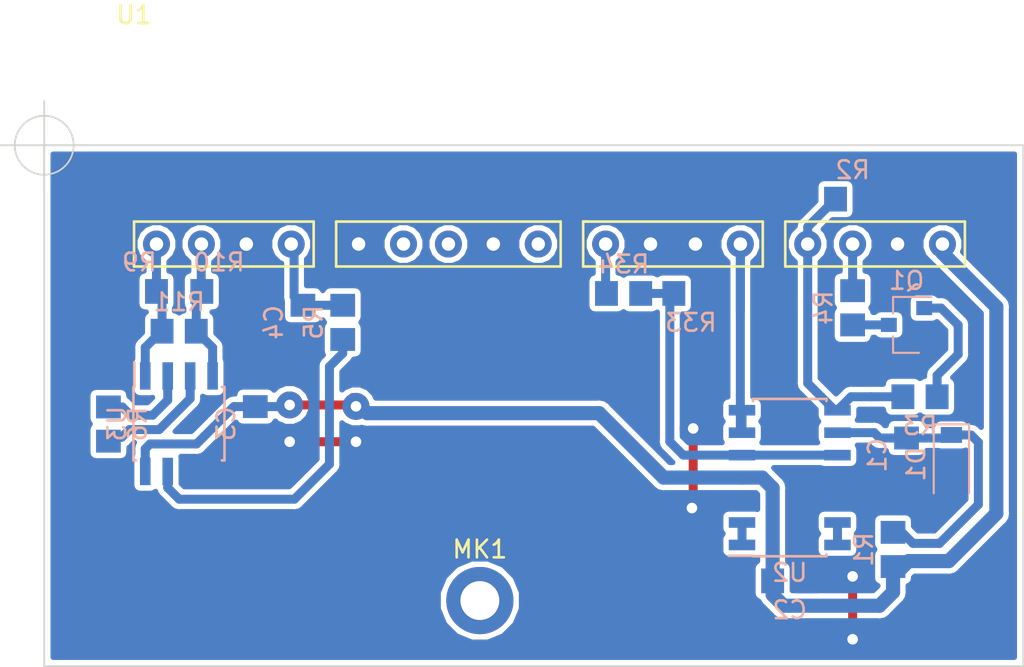
<source format=kicad_pcb>
(kicad_pcb (version 20171130) (host pcbnew "(5.0.0-rc2-dev-586-g888c43477)")

  (general
    (thickness 1.6)
    (drawings 5)
    (tracks 210)
    (zones 0)
    (modules 21)
    (nets 22)
  )

  (page A4)
  (layers
    (0 F.Cu signal)
    (31 B.Cu signal)
    (32 B.Adhes user hide)
    (33 F.Adhes user)
    (34 B.Paste user hide)
    (35 F.Paste user hide)
    (36 B.SilkS user hide)
    (37 F.SilkS user)
    (38 B.Mask user hide)
    (39 F.Mask user)
    (40 Dwgs.User user hide)
    (41 Cmts.User user hide)
    (42 Eco1.User user hide)
    (43 Eco2.User user hide)
    (44 Edge.Cuts user)
    (45 Margin user hide)
    (46 B.CrtYd user)
    (47 F.CrtYd user hide)
    (48 B.Fab user hide)
    (49 F.Fab user hide)
  )

  (setup
    (last_trace_width 0.508)
    (user_trace_width 0.635)
    (user_trace_width 0.8)
    (trace_clearance 0.3048)
    (zone_clearance 0.3048)
    (zone_45_only no)
    (trace_min 0.254)
    (segment_width 0.2)
    (edge_width 0.1)
    (via_size 1.524)
    (via_drill 0.6)
    (via_min_size 0.6)
    (via_min_drill 0.6)
    (user_via 1.524 0.6)
    (uvia_size 0.3)
    (uvia_drill 0.1)
    (uvias_allowed no)
    (uvia_min_size 0.2)
    (uvia_min_drill 0.1)
    (pcb_text_width 0.3)
    (pcb_text_size 1.5 1.5)
    (mod_edge_width 0.15)
    (mod_text_size 1 1)
    (mod_text_width 0.15)
    (pad_size 1.5 0.6)
    (pad_drill 0)
    (pad_to_mask_clearance 0)
    (aux_axis_origin 0 0)
    (grid_origin 23.368 14.732)
    (visible_elements 7FFFFFFF)
    (pcbplotparams
      (layerselection 0x3ffff_ffffffff)
      (usegerberextensions false)
      (usegerberattributes false)
      (usegerberadvancedattributes false)
      (creategerberjobfile true)
      (excludeedgelayer true)
      (linewidth 0.100000)
      (plotframeref false)
      (viasonmask false)
      (mode 1)
      (useauxorigin false)
      (hpglpennumber 1)
      (hpglpenspeed 20)
      (hpglpendiameter 15)
      (psnegative false)
      (psa4output false)
      (plotreference true)
      (plotvalue true)
      (plotinvisibletext false)
      (padsonsilk false)
      (subtractmaskfromsilk false)
      (outputformat 4)
      (mirror false)
      (drillshape 0)
      (scaleselection 1)
      (outputdirectory PDF/))
  )

  (net 0 "")
  (net 1 "Net-(Q1-Pad3)")
  (net 2 GNDA)
  (net 3 "Net-(Q1-Pad1)")
  (net 4 /+3.9V)
  (net 5 +5VA)
  (net 6 "Net-(U2-Pad13)")
  (net 7 "Net-(U2-Pad1)")
  (net 8 "Net-(R6-Pad1)")
  (net 9 "Net-(R6-Pad2)")
  (net 10 "Net-(R5-Pad2)")
  (net 11 /Vpanel)
  (net 12 /PWM)
  (net 13 /BatOVInterrupt)
  (net 14 "Net-(R33-Pad1)")
  (net 15 /Vbat_SIG_IN)
  (net 16 /Vpanel_Ref)
  (net 17 /Vpanel_SIG)
  (net 18 /Vbat)
  (net 19 /Ipanel)
  (net 20 /Ipanel_Ref)
  (net 21 /Ipanel_SIG)

  (net_class Default "Esta é a classe de net default."
    (clearance 0.3048)
    (trace_width 0.508)
    (via_dia 1.524)
    (via_drill 0.6)
    (uvia_dia 0.3)
    (uvia_drill 0.1)
    (diff_pair_gap 0.508)
    (diff_pair_width 0.3048)
    (add_net +5VA)
    (add_net /+3.9V)
    (add_net /BatOVInterrupt)
    (add_net /Ipanel)
    (add_net /Ipanel_Ref)
    (add_net /Ipanel_SIG)
    (add_net /PWM)
    (add_net /Vbat)
    (add_net /Vbat_SIG_IN)
    (add_net /Vpanel)
    (add_net /Vpanel_Ref)
    (add_net /Vpanel_SIG)
    (add_net GNDA)
    (add_net "Net-(Q1-Pad1)")
    (add_net "Net-(Q1-Pad3)")
    (add_net "Net-(R33-Pad1)")
    (add_net "Net-(R5-Pad2)")
    (add_net "Net-(R6-Pad1)")
    (add_net "Net-(R6-Pad2)")
    (add_net "Net-(U2-Pad1)")
    (add_net "Net-(U2-Pad13)")
  )

  (module MountingHole:MountingHole_2.2mm_M2_DIN965_Pad (layer F.Cu) (tedit 56D1B4CB) (tstamp 5B1178A7)
    (at 48.006 40.482)
    (descr "Mounting Hole 2.2mm, M2, DIN965")
    (tags "mounting hole 2.2mm m2 din965")
    (path /5B349E53)
    (attr virtual)
    (fp_text reference MK1 (at 0 -2.9) (layer F.SilkS)
      (effects (font (size 1 1) (thickness 0.15)))
    )
    (fp_text value Mounting_Hole (at 0 2.9) (layer F.Fab)
      (effects (font (size 1 1) (thickness 0.15)))
    )
    (fp_circle (center 0 0) (end 2.15 0) (layer F.CrtYd) (width 0.05))
    (fp_circle (center 0 0) (end 1.9 0) (layer Cmts.User) (width 0.15))
    (fp_text user %R (at 0.3 0) (layer F.Fab)
      (effects (font (size 1 1) (thickness 0.15)))
    )
    (pad 1 thru_hole circle (at 0 0) (size 3.8 3.8) (drill 2.2) (layers *.Cu *.Mask))
  )

  (module Resistor_SMD:R_0805_2012Metric_Pad1.29x1.40mm_HandSolder (layer B.Cu) (tedit 5AC5DB74) (tstamp 5B1361EC)
    (at 31 25.25 180)
    (descr "Resistor SMD 0805 (2012 Metric), square (rectangular) end terminal, IPC_7351 nominal with elongated pad for handsoldering. (Body size source: http://www.tortai-tech.com/upload/download/2011102023233369053.pdf), generated with kicad-footprint-generator")
    (tags "resistor handsolder")
    (path /5B14056E)
    (attr smd)
    (fp_text reference R11 (at 0 1.65 180) (layer B.SilkS)
      (effects (font (size 1 1) (thickness 0.15)) (justify mirror))
    )
    (fp_text value ?? (at 0 -1.65 180) (layer B.Fab)
      (effects (font (size 1 1) (thickness 0.15)) (justify mirror))
    )
    (fp_line (start -1 -0.6) (end -1 0.6) (layer B.Fab) (width 0.1))
    (fp_line (start -1 0.6) (end 1 0.6) (layer B.Fab) (width 0.1))
    (fp_line (start 1 0.6) (end 1 -0.6) (layer B.Fab) (width 0.1))
    (fp_line (start 1 -0.6) (end -1 -0.6) (layer B.Fab) (width 0.1))
    (fp_line (start -1.86 -0.95) (end -1.86 0.95) (layer B.CrtYd) (width 0.05))
    (fp_line (start -1.86 0.95) (end 1.86 0.95) (layer B.CrtYd) (width 0.05))
    (fp_line (start 1.86 0.95) (end 1.86 -0.95) (layer B.CrtYd) (width 0.05))
    (fp_line (start 1.86 -0.95) (end -1.86 -0.95) (layer B.CrtYd) (width 0.05))
    (fp_text user %R (at 0 0 180) (layer B.Fab)
      (effects (font (size 0.5 0.5) (thickness 0.08)) (justify mirror))
    )
    (pad 1 smd rect (at -0.9675 0 180) (size 1.295 1.4) (layers B.Cu B.Paste B.Mask)
      (net 17 /Vpanel_SIG))
    (pad 2 smd rect (at 0.9675 0 180) (size 1.295 1.4) (layers B.Cu B.Paste B.Mask)
      (net 16 /Vpanel_Ref))
    (model ${KISYS3DMOD}/Resistor_SMD.3dshapes/R_0805_2012Metric.wrl
      (at (xyz 0 0 0))
      (scale (xyz 1 1 1))
      (rotate (xyz 0 0 0))
    )
  )

  (module Resistor_SMD:R_0805_2012Metric_Pad1.29x1.40mm_HandSolder (layer B.Cu) (tedit 5AC5DB74) (tstamp 5B119D3B)
    (at 28.75 23 180)
    (descr "Resistor SMD 0805 (2012 Metric), square (rectangular) end terminal, IPC_7351 nominal with elongated pad for handsoldering. (Body size source: http://www.tortai-tech.com/upload/download/2011102023233369053.pdf), generated with kicad-footprint-generator")
    (tags "resistor handsolder")
    (path /5B11947E)
    (attr smd)
    (fp_text reference R9 (at 0 1.65 180) (layer B.SilkS)
      (effects (font (size 1 1) (thickness 0.15)) (justify mirror))
    )
    (fp_text value ?? (at 0 -1.65 180) (layer B.Fab)
      (effects (font (size 1 1) (thickness 0.15)) (justify mirror))
    )
    (fp_line (start -1 -0.6) (end -1 0.6) (layer B.Fab) (width 0.1))
    (fp_line (start -1 0.6) (end 1 0.6) (layer B.Fab) (width 0.1))
    (fp_line (start 1 0.6) (end 1 -0.6) (layer B.Fab) (width 0.1))
    (fp_line (start 1 -0.6) (end -1 -0.6) (layer B.Fab) (width 0.1))
    (fp_line (start -1.86 -0.95) (end -1.86 0.95) (layer B.CrtYd) (width 0.05))
    (fp_line (start -1.86 0.95) (end 1.86 0.95) (layer B.CrtYd) (width 0.05))
    (fp_line (start 1.86 0.95) (end 1.86 -0.95) (layer B.CrtYd) (width 0.05))
    (fp_line (start 1.86 -0.95) (end -1.86 -0.95) (layer B.CrtYd) (width 0.05))
    (fp_text user %R (at 0 0 180) (layer B.Fab)
      (effects (font (size 0.5 0.5) (thickness 0.08)) (justify mirror))
    )
    (pad 1 smd rect (at -0.9675 0 180) (size 1.295 1.4) (layers B.Cu B.Paste B.Mask)
      (net 16 /Vpanel_Ref))
    (pad 2 smd rect (at 0.9675 0 180) (size 1.295 1.4) (layers B.Cu B.Paste B.Mask)
      (net 2 GNDA))
    (model ${KISYS3DMOD}/Resistor_SMD.3dshapes/R_0805_2012Metric.wrl
      (at (xyz 0 0 0))
      (scale (xyz 1 1 1))
      (rotate (xyz 0 0 0))
    )
  )

  (module Resistor_SMD:R_0805_2012Metric_Pad1.29x1.40mm_HandSolder (layer B.Cu) (tedit 5AC5DB74) (tstamp 5B119D2C)
    (at 33.25 23 180)
    (descr "Resistor SMD 0805 (2012 Metric), square (rectangular) end terminal, IPC_7351 nominal with elongated pad for handsoldering. (Body size source: http://www.tortai-tech.com/upload/download/2011102023233369053.pdf), generated with kicad-footprint-generator")
    (tags "resistor handsolder")
    (path /5B11E0CA)
    (attr smd)
    (fp_text reference R10 (at 0 1.65 180) (layer B.SilkS)
      (effects (font (size 1 1) (thickness 0.15)) (justify mirror))
    )
    (fp_text value ?? (at 0 -1.65 180) (layer B.Fab)
      (effects (font (size 1 1) (thickness 0.15)) (justify mirror))
    )
    (fp_text user %R (at 0 0 180) (layer B.Fab)
      (effects (font (size 0.5 0.5) (thickness 0.08)) (justify mirror))
    )
    (fp_line (start 1.86 -0.95) (end -1.86 -0.95) (layer B.CrtYd) (width 0.05))
    (fp_line (start 1.86 0.95) (end 1.86 -0.95) (layer B.CrtYd) (width 0.05))
    (fp_line (start -1.86 0.95) (end 1.86 0.95) (layer B.CrtYd) (width 0.05))
    (fp_line (start -1.86 -0.95) (end -1.86 0.95) (layer B.CrtYd) (width 0.05))
    (fp_line (start 1 -0.6) (end -1 -0.6) (layer B.Fab) (width 0.1))
    (fp_line (start 1 0.6) (end 1 -0.6) (layer B.Fab) (width 0.1))
    (fp_line (start -1 0.6) (end 1 0.6) (layer B.Fab) (width 0.1))
    (fp_line (start -1 -0.6) (end -1 0.6) (layer B.Fab) (width 0.1))
    (pad 2 smd rect (at 0.9675 0 180) (size 1.295 1.4) (layers B.Cu B.Paste B.Mask)
      (net 17 /Vpanel_SIG))
    (pad 1 smd rect (at -0.9675 0 180) (size 1.295 1.4) (layers B.Cu B.Paste B.Mask)
      (net 2 GNDA))
    (model ${KISYS3DMOD}/Resistor_SMD.3dshapes/R_0805_2012Metric.wrl
      (at (xyz 0 0 0))
      (scale (xyz 1 1 1))
      (rotate (xyz 0 0 0))
    )
  )

  (module Capacitor_SMD:C_0805_2012Metric_Pad1.29x1.40mm_HandSolder (layer B.Cu) (tedit 5AC5DB74) (tstamp 5B117941)
    (at 35.306 30.48 270)
    (descr "Capacitor SMD 0805 (2012 Metric), square (rectangular) end terminal, IPC_7351 nominal with elongated pad for handsoldering. (Body size source: http://www.tortai-tech.com/upload/download/2011102023233369053.pdf), generated with kicad-footprint-generator")
    (tags "capacitor handsolder")
    (path /5B2B9B84)
    (attr smd)
    (fp_text reference C3 (at 0 1.65 270) (layer B.SilkS)
      (effects (font (size 1 1) (thickness 0.15)) (justify mirror))
    )
    (fp_text value 100nF (at 0 -1.65 270) (layer B.Fab)
      (effects (font (size 1 1) (thickness 0.15)) (justify mirror))
    )
    (fp_text user %R (at 0 0 270) (layer B.Fab)
      (effects (font (size 0.5 0.5) (thickness 0.08)) (justify mirror))
    )
    (fp_line (start 1.86 -0.95) (end -1.86 -0.95) (layer B.CrtYd) (width 0.05))
    (fp_line (start 1.86 0.95) (end 1.86 -0.95) (layer B.CrtYd) (width 0.05))
    (fp_line (start -1.86 0.95) (end 1.86 0.95) (layer B.CrtYd) (width 0.05))
    (fp_line (start -1.86 -0.95) (end -1.86 0.95) (layer B.CrtYd) (width 0.05))
    (fp_line (start 1 -0.6) (end -1 -0.6) (layer B.Fab) (width 0.1))
    (fp_line (start 1 0.6) (end 1 -0.6) (layer B.Fab) (width 0.1))
    (fp_line (start -1 0.6) (end 1 0.6) (layer B.Fab) (width 0.1))
    (fp_line (start -1 -0.6) (end -1 0.6) (layer B.Fab) (width 0.1))
    (pad 2 smd rect (at 0.9675 0 270) (size 1.295 1.4) (layers B.Cu B.Paste B.Mask)
      (net 2 GNDA))
    (pad 1 smd rect (at -0.9675 0 270) (size 1.295 1.4) (layers B.Cu B.Paste B.Mask)
      (net 5 +5VA))
    (model ${KISYS3DMOD}/Capacitor_SMD.3dshapes/C_0805_2012Metric.wrl
      (at (xyz 0 0 0))
      (scale (xyz 1 1 1))
      (rotate (xyz 0 0 0))
    )
  )

  (module Capacitor_SMD:C_0805_2012Metric_Pad1.29x1.40mm_HandSolder (layer B.Cu) (tedit 5AC5DB74) (tstamp 5B117932)
    (at 38 24.75 270)
    (descr "Capacitor SMD 0805 (2012 Metric), square (rectangular) end terminal, IPC_7351 nominal with elongated pad for handsoldering. (Body size source: http://www.tortai-tech.com/upload/download/2011102023233369053.pdf), generated with kicad-footprint-generator")
    (tags "capacitor handsolder")
    (path /5B29D496)
    (attr smd)
    (fp_text reference C4 (at 0 1.65 270) (layer B.SilkS)
      (effects (font (size 1 1) (thickness 0.15)) (justify mirror))
    )
    (fp_text value C_Small (at 0 -1.65 270) (layer B.Fab)
      (effects (font (size 1 1) (thickness 0.15)) (justify mirror))
    )
    (fp_line (start -1 -0.6) (end -1 0.6) (layer B.Fab) (width 0.1))
    (fp_line (start -1 0.6) (end 1 0.6) (layer B.Fab) (width 0.1))
    (fp_line (start 1 0.6) (end 1 -0.6) (layer B.Fab) (width 0.1))
    (fp_line (start 1 -0.6) (end -1 -0.6) (layer B.Fab) (width 0.1))
    (fp_line (start -1.86 -0.95) (end -1.86 0.95) (layer B.CrtYd) (width 0.05))
    (fp_line (start -1.86 0.95) (end 1.86 0.95) (layer B.CrtYd) (width 0.05))
    (fp_line (start 1.86 0.95) (end 1.86 -0.95) (layer B.CrtYd) (width 0.05))
    (fp_line (start 1.86 -0.95) (end -1.86 -0.95) (layer B.CrtYd) (width 0.05))
    (fp_text user %R (at 0 0 270) (layer B.Fab)
      (effects (font (size 0.5 0.5) (thickness 0.08)) (justify mirror))
    )
    (pad 1 smd rect (at -0.9675 0 270) (size 1.295 1.4) (layers B.Cu B.Paste B.Mask)
      (net 11 /Vpanel))
    (pad 2 smd rect (at 0.9675 0 270) (size 1.295 1.4) (layers B.Cu B.Paste B.Mask)
      (net 2 GNDA))
    (model ${KISYS3DMOD}/Capacitor_SMD.3dshapes/C_0805_2012Metric.wrl
      (at (xyz 0 0 0))
      (scale (xyz 1 1 1))
      (rotate (xyz 0 0 0))
    )
  )

  (module Package_SO:SOIC-8_3.9x4.9mm_P1.27mm (layer B.Cu) (tedit 5A02F2D3) (tstamp 5B117838)
    (at 30.988 30.48 270)
    (descr "8-Lead Plastic Small Outline (SN) - Narrow, 3.90 mm Body [SOIC] (see Microchip Packaging Specification 00000049BS.pdf)")
    (tags "SOIC 1.27")
    (path /5B28FB65)
    (attr smd)
    (fp_text reference U3 (at 0 3.5 270) (layer B.SilkS)
      (effects (font (size 1 1) (thickness 0.15)) (justify mirror))
    )
    (fp_text value INA826_D_8 (at 0 -3.5 270) (layer B.Fab)
      (effects (font (size 1 1) (thickness 0.15)) (justify mirror))
    )
    (fp_text user %R (at 0 0 270) (layer B.Fab)
      (effects (font (size 1 1) (thickness 0.15)) (justify mirror))
    )
    (fp_line (start -0.95 2.45) (end 1.95 2.45) (layer B.Fab) (width 0.1))
    (fp_line (start 1.95 2.45) (end 1.95 -2.45) (layer B.Fab) (width 0.1))
    (fp_line (start 1.95 -2.45) (end -1.95 -2.45) (layer B.Fab) (width 0.1))
    (fp_line (start -1.95 -2.45) (end -1.95 1.45) (layer B.Fab) (width 0.1))
    (fp_line (start -1.95 1.45) (end -0.95 2.45) (layer B.Fab) (width 0.1))
    (fp_line (start -3.73 2.7) (end -3.73 -2.7) (layer B.CrtYd) (width 0.05))
    (fp_line (start 3.73 2.7) (end 3.73 -2.7) (layer B.CrtYd) (width 0.05))
    (fp_line (start -3.73 2.7) (end 3.73 2.7) (layer B.CrtYd) (width 0.05))
    (fp_line (start -3.73 -2.7) (end 3.73 -2.7) (layer B.CrtYd) (width 0.05))
    (fp_line (start -2.075 2.575) (end -2.075 2.525) (layer B.SilkS) (width 0.15))
    (fp_line (start 2.075 2.575) (end 2.075 2.43) (layer B.SilkS) (width 0.15))
    (fp_line (start 2.075 -2.575) (end 2.075 -2.43) (layer B.SilkS) (width 0.15))
    (fp_line (start -2.075 -2.575) (end -2.075 -2.43) (layer B.SilkS) (width 0.15))
    (fp_line (start -2.075 2.575) (end 2.075 2.575) (layer B.SilkS) (width 0.15))
    (fp_line (start -2.075 -2.575) (end 2.075 -2.575) (layer B.SilkS) (width 0.15))
    (fp_line (start -2.075 2.525) (end -3.475 2.525) (layer B.SilkS) (width 0.15))
    (pad 1 smd rect (at -2.7 1.905 270) (size 1.55 0.6) (layers B.Cu B.Paste B.Mask)
      (net 16 /Vpanel_Ref))
    (pad 2 smd rect (at -2.7 0.635 270) (size 1.55 0.6) (layers B.Cu B.Paste B.Mask)
      (net 9 "Net-(R6-Pad2)"))
    (pad 3 smd rect (at -2.7 -0.635 270) (size 1.55 0.6) (layers B.Cu B.Paste B.Mask)
      (net 8 "Net-(R6-Pad1)"))
    (pad 4 smd rect (at -2.7 -1.905 270) (size 1.55 0.6) (layers B.Cu B.Paste B.Mask)
      (net 17 /Vpanel_SIG))
    (pad 5 smd rect (at 2.7 -1.905 270) (size 1.55 0.6) (layers B.Cu B.Paste B.Mask)
      (net 2 GNDA))
    (pad 6 smd rect (at 2.7 -0.635 270) (size 1.55 0.6) (layers B.Cu B.Paste B.Mask)
      (net 2 GNDA))
    (pad 7 smd rect (at 2.7 0.635 270) (size 1.55 0.6) (layers B.Cu B.Paste B.Mask)
      (net 10 "Net-(R5-Pad2)"))
    (pad 8 smd rect (at 2.7 1.905 270) (size 1.55 0.6) (layers B.Cu B.Paste B.Mask)
      (net 5 +5VA))
    (model ${KISYS3DMOD}/Package_SO.3dshapes/SOIC-8_3.9x4.9mm_P1.27mm.wrl
      (at (xyz 0 0 0))
      (scale (xyz 1 1 1))
      (rotate (xyz 0 0 0))
    )
  )

  (module Resistor_SMD:R_0805_2012Metric_Pad1.29x1.40mm_HandSolder (layer B.Cu) (tedit 5AC5DB74) (tstamp 5B117767)
    (at 40.25 24.75 270)
    (descr "Resistor SMD 0805 (2012 Metric), square (rectangular) end terminal, IPC_7351 nominal with elongated pad for handsoldering. (Body size source: http://www.tortai-tech.com/upload/download/2011102023233369053.pdf), generated with kicad-footprint-generator")
    (tags "resistor handsolder")
    (path /5B29D28D)
    (attr smd)
    (fp_text reference R5 (at 0 1.65 270) (layer B.SilkS)
      (effects (font (size 1 1) (thickness 0.15)) (justify mirror))
    )
    (fp_text value ?? (at 0 -1.65 270) (layer B.Fab)
      (effects (font (size 1 1) (thickness 0.15)) (justify mirror))
    )
    (fp_text user %R (at 0 0 270) (layer B.Fab)
      (effects (font (size 0.5 0.5) (thickness 0.08)) (justify mirror))
    )
    (fp_line (start 1.86 -0.95) (end -1.86 -0.95) (layer B.CrtYd) (width 0.05))
    (fp_line (start 1.86 0.95) (end 1.86 -0.95) (layer B.CrtYd) (width 0.05))
    (fp_line (start -1.86 0.95) (end 1.86 0.95) (layer B.CrtYd) (width 0.05))
    (fp_line (start -1.86 -0.95) (end -1.86 0.95) (layer B.CrtYd) (width 0.05))
    (fp_line (start 1 -0.6) (end -1 -0.6) (layer B.Fab) (width 0.1))
    (fp_line (start 1 0.6) (end 1 -0.6) (layer B.Fab) (width 0.1))
    (fp_line (start -1 0.6) (end 1 0.6) (layer B.Fab) (width 0.1))
    (fp_line (start -1 -0.6) (end -1 0.6) (layer B.Fab) (width 0.1))
    (pad 2 smd rect (at 0.9675 0 270) (size 1.295 1.4) (layers B.Cu B.Paste B.Mask)
      (net 10 "Net-(R5-Pad2)"))
    (pad 1 smd rect (at -0.9675 0 270) (size 1.295 1.4) (layers B.Cu B.Paste B.Mask)
      (net 11 /Vpanel))
    (model ${KISYS3DMOD}/Resistor_SMD.3dshapes/R_0805_2012Metric.wrl
      (at (xyz 0 0 0))
      (scale (xyz 1 1 1))
      (rotate (xyz 0 0 0))
    )
  )

  (module Resistor_SMD:R_0805_2012Metric_Pad1.29x1.40mm_HandSolder (layer B.Cu) (tedit 5AC5DB74) (tstamp 5B117758)
    (at 27 30.5 90)
    (descr "Resistor SMD 0805 (2012 Metric), square (rectangular) end terminal, IPC_7351 nominal with elongated pad for handsoldering. (Body size source: http://www.tortai-tech.com/upload/download/2011102023233369053.pdf), generated with kicad-footprint-generator")
    (tags "resistor handsolder")
    (path /5B292B35)
    (attr smd)
    (fp_text reference R6 (at 0 1.65 90) (layer B.SilkS)
      (effects (font (size 1 1) (thickness 0.15)) (justify mirror))
    )
    (fp_text value R_Gain (at 0 -1.65 90) (layer B.Fab)
      (effects (font (size 1 1) (thickness 0.15)) (justify mirror))
    )
    (fp_line (start -1 -0.6) (end -1 0.6) (layer B.Fab) (width 0.1))
    (fp_line (start -1 0.6) (end 1 0.6) (layer B.Fab) (width 0.1))
    (fp_line (start 1 0.6) (end 1 -0.6) (layer B.Fab) (width 0.1))
    (fp_line (start 1 -0.6) (end -1 -0.6) (layer B.Fab) (width 0.1))
    (fp_line (start -1.86 -0.95) (end -1.86 0.95) (layer B.CrtYd) (width 0.05))
    (fp_line (start -1.86 0.95) (end 1.86 0.95) (layer B.CrtYd) (width 0.05))
    (fp_line (start 1.86 0.95) (end 1.86 -0.95) (layer B.CrtYd) (width 0.05))
    (fp_line (start 1.86 -0.95) (end -1.86 -0.95) (layer B.CrtYd) (width 0.05))
    (fp_text user %R (at 0 0 90) (layer B.Fab)
      (effects (font (size 0.5 0.5) (thickness 0.08)) (justify mirror))
    )
    (pad 1 smd rect (at -0.9675 0 90) (size 1.295 1.4) (layers B.Cu B.Paste B.Mask)
      (net 8 "Net-(R6-Pad1)"))
    (pad 2 smd rect (at 0.9675 0 90) (size 1.295 1.4) (layers B.Cu B.Paste B.Mask)
      (net 9 "Net-(R6-Pad2)"))
    (model ${KISYS3DMOD}/Resistor_SMD.3dshapes/R_0805_2012Metric.wrl
      (at (xyz 0 0 0))
      (scale (xyz 1 1 1))
      (rotate (xyz 0 0 0))
    )
  )

  (module Package_TO_SOT_SMD:SOT-23 (layer B.Cu) (tedit 5A02FF57) (tstamp 5B23BFDC)
    (at 72.136 24.892 180)
    (descr "SOT-23, Standard")
    (tags SOT-23)
    (path /5AE42958)
    (attr smd)
    (fp_text reference Q1 (at 0 2.5 180) (layer B.SilkS)
      (effects (font (size 1 1) (thickness 0.15)) (justify mirror))
    )
    (fp_text value Q_NPN_Darlington_BEC (at 0 -2.5 180) (layer B.Fab)
      (effects (font (size 1 1) (thickness 0.15)) (justify mirror))
    )
    (fp_text user %R (at 0 0 90) (layer B.Fab)
      (effects (font (size 0.5 0.5) (thickness 0.075)) (justify mirror))
    )
    (fp_line (start -0.7 0.95) (end -0.7 -1.5) (layer B.Fab) (width 0.1))
    (fp_line (start -0.15 1.52) (end 0.7 1.52) (layer B.Fab) (width 0.1))
    (fp_line (start -0.7 0.95) (end -0.15 1.52) (layer B.Fab) (width 0.1))
    (fp_line (start 0.7 1.52) (end 0.7 -1.52) (layer B.Fab) (width 0.1))
    (fp_line (start -0.7 -1.52) (end 0.7 -1.52) (layer B.Fab) (width 0.1))
    (fp_line (start 0.76 -1.58) (end 0.76 -0.65) (layer B.SilkS) (width 0.12))
    (fp_line (start 0.76 1.58) (end 0.76 0.65) (layer B.SilkS) (width 0.12))
    (fp_line (start -1.7 1.75) (end 1.7 1.75) (layer B.CrtYd) (width 0.05))
    (fp_line (start 1.7 1.75) (end 1.7 -1.75) (layer B.CrtYd) (width 0.05))
    (fp_line (start 1.7 -1.75) (end -1.7 -1.75) (layer B.CrtYd) (width 0.05))
    (fp_line (start -1.7 -1.75) (end -1.7 1.75) (layer B.CrtYd) (width 0.05))
    (fp_line (start 0.76 1.58) (end -1.4 1.58) (layer B.SilkS) (width 0.12))
    (fp_line (start 0.76 -1.58) (end -0.7 -1.58) (layer B.SilkS) (width 0.12))
    (pad 1 smd rect (at -1 0.95 180) (size 0.9 0.8) (layers B.Cu B.Paste B.Mask)
      (net 3 "Net-(Q1-Pad1)"))
    (pad 2 smd rect (at -1 -0.95 180) (size 0.9 0.8) (layers B.Cu B.Paste B.Mask)
      (net 2 GNDA))
    (pad 3 smd rect (at 1 0 180) (size 0.9 0.8) (layers B.Cu B.Paste B.Mask)
      (net 1 "Net-(Q1-Pad3)"))
    (model ${KISYS3DMOD}/Package_TO_SOT_SMD.3dshapes/SOT-23.wrl
      (at (xyz 0 0 0))
      (scale (xyz 1 1 1))
      (rotate (xyz 0 0 0))
    )
  )

  (module MCCplaca:Signals (layer F.Cu) (tedit 5B0427B2) (tstamp 5B24ABDB)
    (at 28.448 7.62)
    (path /5B077C35)
    (fp_text reference U1 (at 0 -0.254) (layer F.SilkS)
      (effects (font (size 1 1) (thickness 0.15)))
    )
    (fp_text value Signals_MCC (at 0 -0.5) (layer F.Fab)
      (effects (font (size 1 1) (thickness 0.15)))
    )
    (fp_line (start 11.43 11.43) (end 11.43 13.97) (layer F.SilkS) (width 0.15))
    (fp_line (start 11.43 13.97) (end 24.13 13.97) (layer F.SilkS) (width 0.15))
    (fp_line (start 24.13 13.97) (end 24.13 11.684) (layer F.SilkS) (width 0.15))
    (fp_line (start 24.13 11.684) (end 24.13 11.43) (layer F.SilkS) (width 0.15))
    (fp_line (start 24.13 11.43) (end 11.43 11.43) (layer F.SilkS) (width 0.15))
    (fp_line (start 10.16 11.43) (end 10.16 13.97) (layer F.SilkS) (width 0.15))
    (fp_line (start 10.16 13.97) (end 0 13.97) (layer F.SilkS) (width 0.15))
    (fp_line (start 0 13.97) (end 0 11.43) (layer F.SilkS) (width 0.15))
    (fp_line (start 0 11.43) (end 10.16 11.43) (layer F.SilkS) (width 0.15))
    (fp_line (start 25.654 11.43) (end 25.4 11.43) (layer F.SilkS) (width 0.15))
    (fp_line (start 25.4 11.43) (end 25.4 13.97) (layer F.SilkS) (width 0.15))
    (fp_line (start 25.4 13.97) (end 35.56 13.97) (layer F.SilkS) (width 0.15))
    (fp_line (start 35.56 13.97) (end 35.56 11.43) (layer F.SilkS) (width 0.15))
    (fp_line (start 35.56 11.43) (end 25.4 11.43) (layer F.SilkS) (width 0.15))
    (fp_line (start 36.83 11.43) (end 36.83 13.97) (layer F.SilkS) (width 0.15))
    (fp_line (start 36.83 13.97) (end 46.99 13.97) (layer F.SilkS) (width 0.15))
    (fp_line (start 46.99 13.97) (end 46.99 11.43) (layer F.SilkS) (width 0.15))
    (fp_line (start 46.99 11.43) (end 36.83 11.43) (layer F.SilkS) (width 0.15))
    (pad 16 thru_hole circle (at 43.18 12.7) (size 1.524 1.524) (drill 0.762) (layers *.Cu *.Mask)
      (net 2 GNDA))
    (pad 15 thru_hole circle (at 40.64 12.7) (size 1.524 1.524) (drill 0.762) (layers *.Cu *.Mask)
      (net 12 /PWM))
    (pad 14 thru_hole circle (at 38.1 12.7) (size 1.524 1.524) (drill 0.762) (layers *.Cu *.Mask)
      (net 13 /BatOVInterrupt))
    (pad 13 thru_hole circle (at 34.29 12.7) (size 1.524 1.524) (drill 0.762) (layers *.Cu *.Mask)
      (net 18 /Vbat))
    (pad 12 thru_hole circle (at 31.75 12.7) (size 1.524 1.524) (drill 0.762) (layers *.Cu *.Mask)
      (net 2 GNDA))
    (pad 11 thru_hole circle (at 29.21 12.7) (size 1.524 1.524) (drill 0.762) (layers *.Cu *.Mask)
      (net 2 GNDA))
    (pad 10 thru_hole circle (at 26.67 12.7) (size 1.524 1.524) (drill 0.762) (layers *.Cu *.Mask)
      (net 15 /Vbat_SIG_IN))
    (pad 9 thru_hole circle (at 22.86 12.7) (size 1.524 1.524) (drill 0.762) (layers *.Cu *.Mask)
      (net 19 /Ipanel))
    (pad 8 thru_hole circle (at 20.32 12.7) (size 1.524 1.524) (drill 0.762) (layers *.Cu *.Mask)
      (net 2 GNDA))
    (pad 7 thru_hole circle (at 17.78 12.7) (size 1.524 1.524) (drill 0.762) (layers *.Cu *.Mask)
      (net 20 /Ipanel_Ref))
    (pad 6 thru_hole circle (at 15.24 12.7) (size 1.524 1.524) (drill 0.762) (layers *.Cu *.Mask)
      (net 21 /Ipanel_SIG))
    (pad 5 thru_hole circle (at 12.7 12.7) (size 1.524 1.524) (drill 0.762) (layers *.Cu *.Mask)
      (net 2 GNDA))
    (pad 4 thru_hole circle (at 8.89 12.7) (size 1.524 1.524) (drill 0.762) (layers *.Cu *.Mask)
      (net 11 /Vpanel))
    (pad 3 thru_hole circle (at 6.35 12.7) (size 1.524 1.524) (drill 0.762) (layers *.Cu *.Mask)
      (net 2 GNDA))
    (pad 2 thru_hole circle (at 3.81 12.7) (size 1.524 1.524) (drill 0.762) (layers *.Cu *.Mask)
      (net 17 /Vpanel_SIG))
    (pad 1 thru_hole circle (at 1.27 12.7) (size 1.524 1.524) (drill 0.762) (layers *.Cu *.Mask)
      (net 16 /Vpanel_Ref))
    (pad 17 thru_hole circle (at 45.72 12.7) (size 1.524 1.524) (drill 0.762) (layers *.Cu *.Mask)
      (net 5 +5VA))
  )

  (module Capacitor_SMD:C_0805_2012Metric_Pad1.29x1.40mm_HandSolder (layer B.Cu) (tedit 5AC5DB74) (tstamp 5B23C166)
    (at 72.136 32.258 270)
    (descr "Capacitor SMD 0805 (2012 Metric), square (rectangular) end terminal, IPC_7351 nominal with elongated pad for handsoldering. (Body size source: http://www.tortai-tech.com/upload/download/2011102023233369053.pdf), generated with kicad-footprint-generator")
    (tags "capacitor handsolder")
    (path /5AE3D07C)
    (attr smd)
    (fp_text reference C1 (at 0 1.65 270) (layer B.SilkS)
      (effects (font (size 1 1) (thickness 0.15)) (justify mirror))
    )
    (fp_text value C_Small (at 0 -1.65 270) (layer B.Fab)
      (effects (font (size 1 1) (thickness 0.15)) (justify mirror))
    )
    (fp_text user %R (at 0 0 270) (layer B.Fab)
      (effects (font (size 0.5 0.5) (thickness 0.08)) (justify mirror))
    )
    (fp_line (start 1.86 -0.95) (end -1.86 -0.95) (layer B.CrtYd) (width 0.05))
    (fp_line (start 1.86 0.95) (end 1.86 -0.95) (layer B.CrtYd) (width 0.05))
    (fp_line (start -1.86 0.95) (end 1.86 0.95) (layer B.CrtYd) (width 0.05))
    (fp_line (start -1.86 -0.95) (end -1.86 0.95) (layer B.CrtYd) (width 0.05))
    (fp_line (start 1 -0.6) (end -1 -0.6) (layer B.Fab) (width 0.1))
    (fp_line (start 1 0.6) (end 1 -0.6) (layer B.Fab) (width 0.1))
    (fp_line (start -1 0.6) (end 1 0.6) (layer B.Fab) (width 0.1))
    (fp_line (start -1 -0.6) (end -1 0.6) (layer B.Fab) (width 0.1))
    (pad 2 smd rect (at 0.9675 0 270) (size 1.295 1.4) (layers B.Cu B.Paste B.Mask)
      (net 2 GNDA))
    (pad 1 smd rect (at -0.9675 0 270) (size 1.295 1.4) (layers B.Cu B.Paste B.Mask)
      (net 4 /+3.9V))
    (model ${KISYS3DMOD}/Capacitor_SMD.3dshapes/C_0805_2012Metric.wrl
      (at (xyz 0 0 0))
      (scale (xyz 1 1 1))
      (rotate (xyz 0 0 0))
    )
  )

  (module Capacitor_SMD:C_0805_2012Metric_Pad1.29x1.40mm_HandSolder (layer B.Cu) (tedit 5AC5DB74) (tstamp 5B23C158)
    (at 65.532 39.37)
    (descr "Capacitor SMD 0805 (2012 Metric), square (rectangular) end terminal, IPC_7351 nominal with elongated pad for handsoldering. (Body size source: http://www.tortai-tech.com/upload/download/2011102023233369053.pdf), generated with kicad-footprint-generator")
    (tags "capacitor handsolder")
    (path /5AE416CD)
    (attr smd)
    (fp_text reference C2 (at 0 1.65) (layer B.SilkS)
      (effects (font (size 1 1) (thickness 0.15)) (justify mirror))
    )
    (fp_text value 100nF (at 0 -1.65) (layer B.Fab)
      (effects (font (size 1 1) (thickness 0.15)) (justify mirror))
    )
    (fp_line (start -1 -0.6) (end -1 0.6) (layer B.Fab) (width 0.1))
    (fp_line (start -1 0.6) (end 1 0.6) (layer B.Fab) (width 0.1))
    (fp_line (start 1 0.6) (end 1 -0.6) (layer B.Fab) (width 0.1))
    (fp_line (start 1 -0.6) (end -1 -0.6) (layer B.Fab) (width 0.1))
    (fp_line (start -1.86 -0.95) (end -1.86 0.95) (layer B.CrtYd) (width 0.05))
    (fp_line (start -1.86 0.95) (end 1.86 0.95) (layer B.CrtYd) (width 0.05))
    (fp_line (start 1.86 0.95) (end 1.86 -0.95) (layer B.CrtYd) (width 0.05))
    (fp_line (start 1.86 -0.95) (end -1.86 -0.95) (layer B.CrtYd) (width 0.05))
    (fp_text user %R (at 0 0) (layer B.Fab)
      (effects (font (size 0.5 0.5) (thickness 0.08)) (justify mirror))
    )
    (pad 1 smd rect (at -0.9675 0) (size 1.295 1.4) (layers B.Cu B.Paste B.Mask)
      (net 5 +5VA))
    (pad 2 smd rect (at 0.9675 0) (size 1.295 1.4) (layers B.Cu B.Paste B.Mask)
      (net 2 GNDA))
    (model ${KISYS3DMOD}/Capacitor_SMD.3dshapes/C_0805_2012Metric.wrl
      (at (xyz 0 0 0))
      (scale (xyz 1 1 1))
      (rotate (xyz 0 0 0))
    )
  )

  (module Diode_SMD:D_SOD-123 (layer B.Cu) (tedit 58645DC7) (tstamp 5B23C0BC)
    (at 74.676 32.766 270)
    (descr SOD-123)
    (tags SOD-123)
    (path /5AE3CBB9)
    (attr smd)
    (fp_text reference D1 (at 0 2 270) (layer B.SilkS)
      (effects (font (size 1 1) (thickness 0.15)) (justify mirror))
    )
    (fp_text value MMSZ5230BT1 (at 0 -2.1 270) (layer B.Fab)
      (effects (font (size 1 1) (thickness 0.15)) (justify mirror))
    )
    (fp_text user %R (at 0 2 270) (layer B.Fab)
      (effects (font (size 1 1) (thickness 0.15)) (justify mirror))
    )
    (fp_line (start -2.25 1) (end -2.25 -1) (layer B.SilkS) (width 0.12))
    (fp_line (start 0.25 0) (end 0.75 0) (layer B.Fab) (width 0.1))
    (fp_line (start 0.25 -0.4) (end -0.35 0) (layer B.Fab) (width 0.1))
    (fp_line (start 0.25 0.4) (end 0.25 -0.4) (layer B.Fab) (width 0.1))
    (fp_line (start -0.35 0) (end 0.25 0.4) (layer B.Fab) (width 0.1))
    (fp_line (start -0.35 0) (end -0.35 -0.55) (layer B.Fab) (width 0.1))
    (fp_line (start -0.35 0) (end -0.35 0.55) (layer B.Fab) (width 0.1))
    (fp_line (start -0.75 0) (end -0.35 0) (layer B.Fab) (width 0.1))
    (fp_line (start -1.4 -0.9) (end -1.4 0.9) (layer B.Fab) (width 0.1))
    (fp_line (start 1.4 -0.9) (end -1.4 -0.9) (layer B.Fab) (width 0.1))
    (fp_line (start 1.4 0.9) (end 1.4 -0.9) (layer B.Fab) (width 0.1))
    (fp_line (start -1.4 0.9) (end 1.4 0.9) (layer B.Fab) (width 0.1))
    (fp_line (start -2.35 1.15) (end 2.35 1.15) (layer B.CrtYd) (width 0.05))
    (fp_line (start 2.35 1.15) (end 2.35 -1.15) (layer B.CrtYd) (width 0.05))
    (fp_line (start 2.35 -1.15) (end -2.35 -1.15) (layer B.CrtYd) (width 0.05))
    (fp_line (start -2.35 1.15) (end -2.35 -1.15) (layer B.CrtYd) (width 0.05))
    (fp_line (start -2.25 -1) (end 1.65 -1) (layer B.SilkS) (width 0.12))
    (fp_line (start -2.25 1) (end 1.65 1) (layer B.SilkS) (width 0.12))
    (pad 1 smd rect (at -1.65 0 270) (size 0.9 1.2) (layers B.Cu B.Paste B.Mask)
      (net 4 /+3.9V))
    (pad 2 smd rect (at 1.65 0 270) (size 0.9 1.2) (layers B.Cu B.Paste B.Mask)
      (net 2 GNDA))
    (model ${KISYS3DMOD}/Diode_SMD.3dshapes/D_SOD-123.wrl
      (at (xyz 0 0 0))
      (scale (xyz 1 1 1))
      (rotate (xyz 0 0 0))
    )
  )

  (module Resistor_SMD:R_0805_2012Metric_Pad1.29x1.40mm_HandSolder (layer B.Cu) (tedit 5AC5DB74) (tstamp 5B23BF88)
    (at 71.374 37.592 270)
    (descr "Resistor SMD 0805 (2012 Metric), square (rectangular) end terminal, IPC_7351 nominal with elongated pad for handsoldering. (Body size source: http://www.tortai-tech.com/upload/download/2011102023233369053.pdf), generated with kicad-footprint-generator")
    (tags "resistor handsolder")
    (path /5AE3E4DF)
    (attr smd)
    (fp_text reference R1 (at 0 1.65 270) (layer B.SilkS)
      (effects (font (size 1 1) (thickness 0.15)) (justify mirror))
    )
    (fp_text value R_US (at 0 -1.65 270) (layer B.Fab)
      (effects (font (size 1 1) (thickness 0.15)) (justify mirror))
    )
    (fp_line (start -1 -0.6) (end -1 0.6) (layer B.Fab) (width 0.1))
    (fp_line (start -1 0.6) (end 1 0.6) (layer B.Fab) (width 0.1))
    (fp_line (start 1 0.6) (end 1 -0.6) (layer B.Fab) (width 0.1))
    (fp_line (start 1 -0.6) (end -1 -0.6) (layer B.Fab) (width 0.1))
    (fp_line (start -1.86 -0.95) (end -1.86 0.95) (layer B.CrtYd) (width 0.05))
    (fp_line (start -1.86 0.95) (end 1.86 0.95) (layer B.CrtYd) (width 0.05))
    (fp_line (start 1.86 0.95) (end 1.86 -0.95) (layer B.CrtYd) (width 0.05))
    (fp_line (start 1.86 -0.95) (end -1.86 -0.95) (layer B.CrtYd) (width 0.05))
    (fp_text user %R (at 0 0 270) (layer B.Fab)
      (effects (font (size 0.5 0.5) (thickness 0.08)) (justify mirror))
    )
    (pad 1 smd rect (at -0.9675 0 270) (size 1.295 1.4) (layers B.Cu B.Paste B.Mask)
      (net 4 /+3.9V))
    (pad 2 smd rect (at 0.9675 0 270) (size 1.295 1.4) (layers B.Cu B.Paste B.Mask)
      (net 5 +5VA))
    (model ${KISYS3DMOD}/Resistor_SMD.3dshapes/R_0805_2012Metric.wrl
      (at (xyz 0 0 0))
      (scale (xyz 1 1 1))
      (rotate (xyz 0 0 0))
    )
  )

  (module Resistor_SMD:R_0805_2012Metric_Pad1.29x1.40mm_HandSolder (layer B.Cu) (tedit 5AC5DB74) (tstamp 5B23BF7A)
    (at 69.088 17.78 180)
    (descr "Resistor SMD 0805 (2012 Metric), square (rectangular) end terminal, IPC_7351 nominal with elongated pad for handsoldering. (Body size source: http://www.tortai-tech.com/upload/download/2011102023233369053.pdf), generated with kicad-footprint-generator")
    (tags "resistor handsolder")
    (path /5AE40933)
    (attr smd)
    (fp_text reference R2 (at 0 1.65 180) (layer B.SilkS)
      (effects (font (size 1 1) (thickness 0.15)) (justify mirror))
    )
    (fp_text value R_US (at 0 -1.65 180) (layer B.Fab)
      (effects (font (size 1 1) (thickness 0.15)) (justify mirror))
    )
    (fp_text user %R (at 0 0 180) (layer B.Fab)
      (effects (font (size 0.5 0.5) (thickness 0.08)) (justify mirror))
    )
    (fp_line (start 1.86 -0.95) (end -1.86 -0.95) (layer B.CrtYd) (width 0.05))
    (fp_line (start 1.86 0.95) (end 1.86 -0.95) (layer B.CrtYd) (width 0.05))
    (fp_line (start -1.86 0.95) (end 1.86 0.95) (layer B.CrtYd) (width 0.05))
    (fp_line (start -1.86 -0.95) (end -1.86 0.95) (layer B.CrtYd) (width 0.05))
    (fp_line (start 1 -0.6) (end -1 -0.6) (layer B.Fab) (width 0.1))
    (fp_line (start 1 0.6) (end 1 -0.6) (layer B.Fab) (width 0.1))
    (fp_line (start -1 0.6) (end 1 0.6) (layer B.Fab) (width 0.1))
    (fp_line (start -1 -0.6) (end -1 0.6) (layer B.Fab) (width 0.1))
    (pad 2 smd rect (at 0.9675 0 180) (size 1.295 1.4) (layers B.Cu B.Paste B.Mask)
      (net 13 /BatOVInterrupt))
    (pad 1 smd rect (at -0.9675 0 180) (size 1.295 1.4) (layers B.Cu B.Paste B.Mask)
      (net 2 GNDA))
    (model ${KISYS3DMOD}/Resistor_SMD.3dshapes/R_0805_2012Metric.wrl
      (at (xyz 0 0 0))
      (scale (xyz 1 1 1))
      (rotate (xyz 0 0 0))
    )
  )

  (module Resistor_SMD:R_0805_2012Metric_Pad1.29x1.40mm_HandSolder (layer B.Cu) (tedit 5AC5DB74) (tstamp 5B23BF6C)
    (at 72.898 28.956)
    (descr "Resistor SMD 0805 (2012 Metric), square (rectangular) end terminal, IPC_7351 nominal with elongated pad for handsoldering. (Body size source: http://www.tortai-tech.com/upload/download/2011102023233369053.pdf), generated with kicad-footprint-generator")
    (tags "resistor handsolder")
    (path /5AE40003)
    (attr smd)
    (fp_text reference R3 (at 0 1.65) (layer B.SilkS)
      (effects (font (size 1 1) (thickness 0.15)) (justify mirror))
    )
    (fp_text value R_US (at 0 -1.65) (layer B.Fab)
      (effects (font (size 1 1) (thickness 0.15)) (justify mirror))
    )
    (fp_line (start -1 -0.6) (end -1 0.6) (layer B.Fab) (width 0.1))
    (fp_line (start -1 0.6) (end 1 0.6) (layer B.Fab) (width 0.1))
    (fp_line (start 1 0.6) (end 1 -0.6) (layer B.Fab) (width 0.1))
    (fp_line (start 1 -0.6) (end -1 -0.6) (layer B.Fab) (width 0.1))
    (fp_line (start -1.86 -0.95) (end -1.86 0.95) (layer B.CrtYd) (width 0.05))
    (fp_line (start -1.86 0.95) (end 1.86 0.95) (layer B.CrtYd) (width 0.05))
    (fp_line (start 1.86 0.95) (end 1.86 -0.95) (layer B.CrtYd) (width 0.05))
    (fp_line (start 1.86 -0.95) (end -1.86 -0.95) (layer B.CrtYd) (width 0.05))
    (fp_text user %R (at 0 0) (layer B.Fab)
      (effects (font (size 0.5 0.5) (thickness 0.08)) (justify mirror))
    )
    (pad 1 smd rect (at -0.9675 0) (size 1.295 1.4) (layers B.Cu B.Paste B.Mask)
      (net 13 /BatOVInterrupt))
    (pad 2 smd rect (at 0.9675 0) (size 1.295 1.4) (layers B.Cu B.Paste B.Mask)
      (net 3 "Net-(Q1-Pad1)"))
    (model ${KISYS3DMOD}/Resistor_SMD.3dshapes/R_0805_2012Metric.wrl
      (at (xyz 0 0 0))
      (scale (xyz 1 1 1))
      (rotate (xyz 0 0 0))
    )
  )

  (module Resistor_SMD:R_0805_2012Metric_Pad1.29x1.40mm_HandSolder (layer B.Cu) (tedit 5AC5DB74) (tstamp 5B23BF5E)
    (at 69.088 23.9245 270)
    (descr "Resistor SMD 0805 (2012 Metric), square (rectangular) end terminal, IPC_7351 nominal with elongated pad for handsoldering. (Body size source: http://www.tortai-tech.com/upload/download/2011102023233369053.pdf), generated with kicad-footprint-generator")
    (tags "resistor handsolder")
    (path /5AE45715)
    (attr smd)
    (fp_text reference R4 (at 0 1.65 270) (layer B.SilkS)
      (effects (font (size 1 1) (thickness 0.15)) (justify mirror))
    )
    (fp_text value R_US (at 0 -1.65 270) (layer B.Fab)
      (effects (font (size 1 1) (thickness 0.15)) (justify mirror))
    )
    (fp_text user %R (at 0 0 270) (layer B.Fab)
      (effects (font (size 0.5 0.5) (thickness 0.08)) (justify mirror))
    )
    (fp_line (start 1.86 -0.95) (end -1.86 -0.95) (layer B.CrtYd) (width 0.05))
    (fp_line (start 1.86 0.95) (end 1.86 -0.95) (layer B.CrtYd) (width 0.05))
    (fp_line (start -1.86 0.95) (end 1.86 0.95) (layer B.CrtYd) (width 0.05))
    (fp_line (start -1.86 -0.95) (end -1.86 0.95) (layer B.CrtYd) (width 0.05))
    (fp_line (start 1 -0.6) (end -1 -0.6) (layer B.Fab) (width 0.1))
    (fp_line (start 1 0.6) (end 1 -0.6) (layer B.Fab) (width 0.1))
    (fp_line (start -1 0.6) (end 1 0.6) (layer B.Fab) (width 0.1))
    (fp_line (start -1 -0.6) (end -1 0.6) (layer B.Fab) (width 0.1))
    (pad 2 smd rect (at 0.9675 0 270) (size 1.295 1.4) (layers B.Cu B.Paste B.Mask)
      (net 1 "Net-(Q1-Pad3)"))
    (pad 1 smd rect (at -0.9675 0 270) (size 1.295 1.4) (layers B.Cu B.Paste B.Mask)
      (net 12 /PWM))
    (model ${KISYS3DMOD}/Resistor_SMD.3dshapes/R_0805_2012Metric.wrl
      (at (xyz 0 0 0))
      (scale (xyz 1 1 1))
      (rotate (xyz 0 0 0))
    )
  )

  (module Resistor_SMD:R_0805_2012Metric_Pad1.29x1.40mm_HandSolder (layer B.Cu) (tedit 5AC5DB74) (tstamp 5B0B74AF)
    (at 59.944 23.114)
    (descr "Resistor SMD 0805 (2012 Metric), square (rectangular) end terminal, IPC_7351 nominal with elongated pad for handsoldering. (Body size source: http://www.tortai-tech.com/upload/download/2011102023233369053.pdf), generated with kicad-footprint-generator")
    (tags "resistor handsolder")
    (path /5B1F822C)
    (attr smd)
    (fp_text reference R33 (at 0 1.65) (layer B.SilkS)
      (effects (font (size 1 1) (thickness 0.15)) (justify mirror))
    )
    (fp_text value ?? (at 0 -1.65) (layer B.Fab)
      (effects (font (size 1 1) (thickness 0.15)) (justify mirror))
    )
    (fp_line (start -1 -0.6) (end -1 0.6) (layer B.Fab) (width 0.1))
    (fp_line (start -1 0.6) (end 1 0.6) (layer B.Fab) (width 0.1))
    (fp_line (start 1 0.6) (end 1 -0.6) (layer B.Fab) (width 0.1))
    (fp_line (start 1 -0.6) (end -1 -0.6) (layer B.Fab) (width 0.1))
    (fp_line (start -1.86 -0.95) (end -1.86 0.95) (layer B.CrtYd) (width 0.05))
    (fp_line (start -1.86 0.95) (end 1.86 0.95) (layer B.CrtYd) (width 0.05))
    (fp_line (start 1.86 0.95) (end 1.86 -0.95) (layer B.CrtYd) (width 0.05))
    (fp_line (start 1.86 -0.95) (end -1.86 -0.95) (layer B.CrtYd) (width 0.05))
    (fp_text user %R (at 0 0) (layer B.Fab)
      (effects (font (size 0.5 0.5) (thickness 0.08)) (justify mirror))
    )
    (pad 1 smd rect (at -0.9675 0) (size 1.295 1.4) (layers B.Cu B.Paste B.Mask)
      (net 14 "Net-(R33-Pad1)"))
    (pad 2 smd rect (at 0.9675 0) (size 1.295 1.4) (layers B.Cu B.Paste B.Mask)
      (net 2 GNDA))
    (model ${KISYS3DMOD}/Resistor_SMD.3dshapes/R_0805_2012Metric.wrl
      (at (xyz 0 0 0))
      (scale (xyz 1 1 1))
      (rotate (xyz 0 0 0))
    )
  )

  (module Resistor_SMD:R_0805_2012Metric_Pad1.29x1.40mm_HandSolder (layer B.Cu) (tedit 5AC5DB74) (tstamp 5B0B7491)
    (at 56.134 23.114 180)
    (descr "Resistor SMD 0805 (2012 Metric), square (rectangular) end terminal, IPC_7351 nominal with elongated pad for handsoldering. (Body size source: http://www.tortai-tech.com/upload/download/2011102023233369053.pdf), generated with kicad-footprint-generator")
    (tags "resistor handsolder")
    (path /5B1D4081)
    (attr smd)
    (fp_text reference R34 (at 0 1.65 180) (layer B.SilkS)
      (effects (font (size 1 1) (thickness 0.15)) (justify mirror))
    )
    (fp_text value ?? (at 0 -1.65 180) (layer B.Fab)
      (effects (font (size 1 1) (thickness 0.15)) (justify mirror))
    )
    (fp_line (start -1 -0.6) (end -1 0.6) (layer B.Fab) (width 0.1))
    (fp_line (start -1 0.6) (end 1 0.6) (layer B.Fab) (width 0.1))
    (fp_line (start 1 0.6) (end 1 -0.6) (layer B.Fab) (width 0.1))
    (fp_line (start 1 -0.6) (end -1 -0.6) (layer B.Fab) (width 0.1))
    (fp_line (start -1.86 -0.95) (end -1.86 0.95) (layer B.CrtYd) (width 0.05))
    (fp_line (start -1.86 0.95) (end 1.86 0.95) (layer B.CrtYd) (width 0.05))
    (fp_line (start 1.86 0.95) (end 1.86 -0.95) (layer B.CrtYd) (width 0.05))
    (fp_line (start 1.86 -0.95) (end -1.86 -0.95) (layer B.CrtYd) (width 0.05))
    (fp_text user %R (at 0 0 180) (layer B.Fab)
      (effects (font (size 0.5 0.5) (thickness 0.08)) (justify mirror))
    )
    (pad 1 smd rect (at -0.9675 0 180) (size 1.295 1.4) (layers B.Cu B.Paste B.Mask)
      (net 14 "Net-(R33-Pad1)"))
    (pad 2 smd rect (at 0.9675 0 180) (size 1.295 1.4) (layers B.Cu B.Paste B.Mask)
      (net 15 /Vbat_SIG_IN))
    (model ${KISYS3DMOD}/Resistor_SMD.3dshapes/R_0805_2012Metric.wrl
      (at (xyz 0 0 0))
      (scale (xyz 1 1 1))
      (rotate (xyz 0 0 0))
    )
  )

  (module Package_SO:SOIC-14_3.9x8.7mm_P1.27mm (layer B.Cu) (tedit 5B136321) (tstamp 5B072DBB)
    (at 65.532 33.528)
    (descr "14-Lead Plastic Small Outline (SL) - Narrow, 3.90 mm Body [SOIC] (see Microchip Packaging Specification 00000049BS.pdf)")
    (tags "SOIC 1.27")
    (path /5AE3C771)
    (attr smd)
    (fp_text reference U2 (at 0 5.375) (layer B.SilkS)
      (effects (font (size 1 1) (thickness 0.15)) (justify mirror))
    )
    (fp_text value LM324 (at 0 -5.375) (layer B.Fab)
      (effects (font (size 1 1) (thickness 0.15)) (justify mirror))
    )
    (fp_text user %R (at 0 0) (layer B.Fab)
      (effects (font (size 0.9 0.9) (thickness 0.135)) (justify mirror))
    )
    (fp_line (start -0.95 4.35) (end 1.95 4.35) (layer B.Fab) (width 0.15))
    (fp_line (start 1.95 4.35) (end 1.95 -4.35) (layer B.Fab) (width 0.15))
    (fp_line (start 1.95 -4.35) (end -1.95 -4.35) (layer B.Fab) (width 0.15))
    (fp_line (start -1.95 -4.35) (end -1.95 3.35) (layer B.Fab) (width 0.15))
    (fp_line (start -1.95 3.35) (end -0.95 4.35) (layer B.Fab) (width 0.15))
    (fp_line (start -3.7 4.65) (end -3.7 -4.65) (layer B.CrtYd) (width 0.05))
    (fp_line (start 3.7 4.65) (end 3.7 -4.65) (layer B.CrtYd) (width 0.05))
    (fp_line (start -3.7 4.65) (end 3.7 4.65) (layer B.CrtYd) (width 0.05))
    (fp_line (start -3.7 -4.65) (end 3.7 -4.65) (layer B.CrtYd) (width 0.05))
    (fp_line (start -2.075 4.45) (end -2.075 4.425) (layer B.SilkS) (width 0.15))
    (fp_line (start 2.075 4.45) (end 2.075 4.335) (layer B.SilkS) (width 0.15))
    (fp_line (start 2.075 -4.45) (end 2.075 -4.335) (layer B.SilkS) (width 0.15))
    (fp_line (start -2.075 -4.45) (end -2.075 -4.335) (layer B.SilkS) (width 0.15))
    (fp_line (start -2.075 4.45) (end 2.075 4.45) (layer B.SilkS) (width 0.15))
    (fp_line (start -2.075 -4.45) (end 2.075 -4.45) (layer B.SilkS) (width 0.15))
    (fp_line (start -2.075 4.425) (end -3.45 4.425) (layer B.SilkS) (width 0.15))
    (pad 1 smd rect (at -2.7 3.81) (size 1.5 0.6) (layers B.Cu B.Paste B.Mask)
      (net 7 "Net-(U2-Pad1)"))
    (pad 2 smd rect (at -2.7 2.54) (size 1.5 0.6) (layers B.Cu B.Paste B.Mask)
      (net 7 "Net-(U2-Pad1)"))
    (pad 3 smd rect (at -2.7 1.27) (size 1.5 0.6) (layers B.Cu B.Paste B.Mask)
      (net 2 GNDA))
    (pad 4 smd rect (at -2.7 0) (size 1.5 0.6) (layers B.Cu B.Paste B.Mask)
      (net 5 +5VA))
    (pad 5 smd rect (at -2.7 -1.27) (size 1.5 0.6) (layers B.Cu B.Paste B.Mask)
      (net 14 "Net-(R33-Pad1)"))
    (pad 6 smd rect (at -2.7 -2.54) (size 1.5 0.6) (layers B.Cu B.Paste B.Mask)
      (net 18 /Vbat))
    (pad 7 smd rect (at -2.7 -3.81) (size 1.5 0.6) (layers B.Cu B.Paste B.Mask)
      (net 18 /Vbat))
    (pad 8 smd rect (at 2.7 -3.81) (size 1.5 0.6) (layers B.Cu B.Paste B.Mask)
      (net 13 /BatOVInterrupt))
    (pad 9 smd rect (at 2.7 -2.54) (size 1.5 0.6) (layers B.Cu B.Paste B.Mask)
      (net 4 /+3.9V))
    (pad 10 smd rect (at 2.7 -1.27) (size 1.5 0.6) (layers B.Cu B.Paste B.Mask)
      (net 14 "Net-(R33-Pad1)"))
    (pad 11 smd rect (at 2.7 0) (size 1.5 0.6) (layers B.Cu B.Paste B.Mask)
      (net 2 GNDA))
    (pad 12 smd rect (at 2.7 1.27) (size 1.5 0.6) (layers B.Cu B.Paste B.Mask)
      (net 2 GNDA))
    (pad 13 smd rect (at 2.7 2.54) (size 1.5 0.6) (layers B.Cu B.Paste B.Mask)
      (net 6 "Net-(U2-Pad13)"))
    (pad 14 smd rect (at 2.7 3.81) (size 1.5 0.6) (layers B.Cu B.Paste B.Mask)
      (net 6 "Net-(U2-Pad13)"))
    (model ${KISYS3DMOD}/Package_SO.3dshapes/SOIC-14_3.9x8.7mm_P1.27mm.wrl
      (at (xyz 0 0 0))
      (scale (xyz 1 1 1))
      (rotate (xyz 0 0 0))
    )
  )

  (target plus (at 23.368 14.732) (size 5) (width 0.1) (layer Edge.Cuts))
  (gr_line (start 78.74 44.196) (end 78.74 14.732) (layer Edge.Cuts) (width 0.1))
  (gr_line (start 23.368 44.196) (end 78.74 44.196) (layer Edge.Cuts) (width 0.1))
  (gr_line (start 23.368 14.732) (end 23.368 44.196) (layer Edge.Cuts) (width 0.1))
  (gr_line (start 78.74 14.732) (end 23.368 14.732) (layer Edge.Cuts) (width 0.1))

  (segment (start 71.136 24.892) (end 69.088 24.892) (width 0.508) (layer B.Cu) (net 1))
  (segment (start 48.4655 20.6225) (end 48.768 20.32) (width 0.508) (layer B.Cu) (net 2))
  (segment (start 67.782 33.528) (end 68.232 33.528) (width 0.508) (layer B.Cu) (net 2))
  (segment (start 66.974 33.528) (end 68.232 33.528) (width 0.508) (layer B.Cu) (net 2))
  (segment (start 66.4995 34.0025) (end 66.974 33.528) (width 0.508) (layer B.Cu) (net 2))
  (segment (start 66.4995 39.37) (end 66.4995 34.0025) (width 0.508) (layer B.Cu) (net 2))
  (segment (start 73.5805 34.416) (end 72.39 33.2255) (width 0.508) (layer B.Cu) (net 2))
  (segment (start 74.676 34.416) (end 73.5805 34.416) (width 0.508) (layer B.Cu) (net 2))
  (segment (start 70.3095 33.528) (end 68.232 33.528) (width 0.508) (layer B.Cu) (net 2))
  (segment (start 72.39 33.2255) (end 72.0875 33.528) (width 0.508) (layer B.Cu) (net 2))
  (segment (start 70.928 33.2255) (end 72.136 33.2255) (width 0.508) (layer B.Cu) (net 2))
  (segment (start 70.3095 33.528) (end 70.612 33.2255) (width 0.508) (layer B.Cu) (net 2))
  (segment (start 70.612 33.2255) (end 70.928 33.2255) (width 0.508) (layer B.Cu) (net 2))
  (segment (start 71.628 19.558) (end 71.628 20.32) (width 0.508) (layer B.Cu) (net 2))
  (segment (start 70.0555 17.78) (end 70.0555 17.9855) (width 0.508) (layer B.Cu) (net 2))
  (segment (start 70.0555 17.9855) (end 71.628 19.558) (width 0.508) (layer B.Cu) (net 2))
  (segment (start 68.232 34.798) (end 68.232 33.528) (width 0.508) (layer B.Cu) (net 2))
  (segment (start 48.514 20.574) (end 48.768 20.32) (width 0.508) (layer B.Cu) (net 2))
  (segment (start 48.514 20.707486) (end 48.514 20.574) (width 0.508) (layer B.Cu) (net 2))
  (segment (start 60.9115 21.0335) (end 60.198 20.32) (width 0.508) (layer B.Cu) (net 2))
  (segment (start 60.9115 23.114) (end 60.9115 21.0335) (width 0.508) (layer B.Cu) (net 2))
  (segment (start 60.198 20.32) (end 57.658 20.32) (width 0.508) (layer B.Cu) (net 2))
  (segment (start 60.198 20.32) (end 64.389 16.129) (width 0.508) (layer B.Cu) (net 2))
  (segment (start 70.0555 16.572) (end 70.0555 17.78) (width 0.508) (layer B.Cu) (net 2))
  (segment (start 64.389 16.129) (end 69.6125 16.129) (width 0.508) (layer B.Cu) (net 2))
  (segment (start 69.6125 16.129) (end 70.0555 16.572) (width 0.508) (layer B.Cu) (net 2))
  (segment (start 34.798 20.32) (end 36.576 18.542) (width 0.508) (layer B.Cu) (net 2))
  (segment (start 39.37 18.542) (end 41.148 20.32) (width 0.508) (layer B.Cu) (net 2))
  (segment (start 36.576 18.542) (end 39.37 18.542) (width 0.508) (layer B.Cu) (net 2))
  (segment (start 46.99 18.542) (end 48.768 20.32) (width 0.508) (layer B.Cu) (net 2))
  (segment (start 39.37 18.542) (end 46.99 18.542) (width 0.508) (layer B.Cu) (net 2))
  (segment (start 58.42 18.542) (end 60.198 20.32) (width 0.508) (layer B.Cu) (net 2))
  (segment (start 46.99 18.542) (end 58.42 18.542) (width 0.508) (layer B.Cu) (net 2))
  (via (at 69.088026 42.672) (size 1.524) (drill 0.6) (layers F.Cu B.Cu) (net 2))
  (via (at 69.088 39.116) (size 1.524) (drill 0.6) (layers F.Cu B.Cu) (net 2))
  (segment (start 69.088026 42.672) (end 69.088026 39.116026) (width 0.508) (layer F.Cu) (net 2))
  (segment (start 69.088026 39.116026) (end 69.088 39.116) (width 0.508) (layer F.Cu) (net 2))
  (segment (start 68.834 39.37) (end 69.088 39.116) (width 0.508) (layer B.Cu) (net 2))
  (segment (start 66.4995 39.37) (end 68.834 39.37) (width 0.508) (layer B.Cu) (net 2))
  (segment (start 34.798 20.32) (end 36.576 22.098) (width 0.508) (layer B.Cu) (net 2))
  (via (at 60.07081 30.75) (size 1.524) (drill 0.6) (layers F.Cu B.Cu) (net 2))
  (segment (start 59.944 30.87681) (end 60.07081 30.75) (width 0.508) (layer F.Cu) (net 2))
  (segment (start 60.96 29.86081) (end 60.832809 29.988001) (width 0.508) (layer B.Cu) (net 2))
  (segment (start 60.96 22.4625) (end 60.96 29.86081) (width 0.508) (layer B.Cu) (net 2))
  (segment (start 60.832809 29.988001) (end 60.07081 30.75) (width 0.508) (layer B.Cu) (net 2))
  (segment (start 35.674 23) (end 36.576 22.098) (width 0.508) (layer B.Cu) (net 2))
  (segment (start 33.935 23) (end 35.674 23) (width 0.508) (layer B.Cu) (net 2))
  (segment (start 27.7825 19.7175) (end 27.7825 23) (width 0.508) (layer B.Cu) (net 2))
  (segment (start 28.704 18.796) (end 27.7825 19.7175) (width 0.508) (layer B.Cu) (net 2))
  (segment (start 34.798 20.32) (end 33.274 18.796) (width 0.508) (layer B.Cu) (net 2))
  (segment (start 33.274 18.796) (end 28.704 18.796) (width 0.508) (layer B.Cu) (net 2))
  (via (at 37.25 31.500002) (size 1.524) (drill 0.6) (layers F.Cu B.Cu) (net 2))
  (segment (start 37.254002 31.496) (end 37.25 31.500002) (width 0.508) (layer F.Cu) (net 2))
  (segment (start 33.5735 33.18) (end 35.306 31.4475) (width 0.508) (layer B.Cu) (net 2))
  (segment (start 32.893 33.18) (end 33.5735 33.18) (width 0.508) (layer B.Cu) (net 2))
  (segment (start 37.197498 31.4475) (end 37.25 31.500002) (width 0.508) (layer B.Cu) (net 2))
  (segment (start 35.306 31.4475) (end 37.197498 31.4475) (width 0.508) (layer B.Cu) (net 2))
  (segment (start 38 26.5) (end 38 25.7175) (width 0.508) (layer B.Cu) (net 2))
  (segment (start 38.687189 27.187189) (end 38 26.5) (width 0.508) (layer B.Cu) (net 2))
  (segment (start 38.687189 32.432811) (end 38.687189 27.187189) (width 0.508) (layer B.Cu) (net 2))
  (segment (start 37.37 33.75) (end 38.687189 32.432811) (width 0.508) (layer B.Cu) (net 2))
  (segment (start 31.623 33.18) (end 32.193 33.75) (width 0.508) (layer B.Cu) (net 2))
  (segment (start 32.193 33.75) (end 37.37 33.75) (width 0.508) (layer B.Cu) (net 2))
  (segment (start 36.576 24.826) (end 36.576 22.098) (width 0.508) (layer B.Cu) (net 2))
  (segment (start 38 25.7175) (end 37.4675 25.7175) (width 0.508) (layer B.Cu) (net 2))
  (segment (start 37.4675 25.7175) (end 36.576 24.826) (width 0.508) (layer B.Cu) (net 2))
  (via (at 41 31.5) (size 1.524) (drill 0.6) (layers F.Cu B.Cu) (net 2))
  (segment (start 37.25 31.500002) (end 40.999998 31.500002) (width 0.508) (layer F.Cu) (net 2))
  (segment (start 40.999998 31.500002) (end 41 31.5) (width 0.508) (layer F.Cu) (net 2))
  (segment (start 61.523199 34.821199) (end 61.5 34.798) (width 0.508) (layer B.Cu) (net 2))
  (segment (start 61.523199 38.724829) (end 61.523199 34.821199) (width 0.508) (layer B.Cu) (net 2))
  (segment (start 65.47037 42.672) (end 61.523199 38.724829) (width 0.508) (layer B.Cu) (net 2))
  (segment (start 69.088026 42.672) (end 65.47037 42.672) (width 0.508) (layer B.Cu) (net 2))
  (segment (start 61.5 34.798) (end 62.832 34.798) (width 0.508) (layer B.Cu) (net 2))
  (segment (start 58.92237 35.25) (end 60 35.25) (width 0.8) (layer B.Cu) (net 2))
  (segment (start 58.556393 35.25) (end 58.92237 35.25) (width 0.8) (layer B.Cu) (net 2))
  (segment (start 54.806393 31.5) (end 58.556393 35.25) (width 0.8) (layer B.Cu) (net 2))
  (segment (start 41 31.5) (end 54.806393 31.5) (width 0.8) (layer B.Cu) (net 2))
  (segment (start 61.07763 35.25) (end 60 35.25) (width 0.508) (layer B.Cu) (net 2))
  (segment (start 61.5 34.798) (end 61.5 34.82763) (width 0.508) (layer B.Cu) (net 2))
  (segment (start 60.07081 35.17919) (end 60 35.25) (width 0.508) (layer F.Cu) (net 2))
  (segment (start 60.07081 30.75) (end 60.07081 35.17919) (width 0.508) (layer F.Cu) (net 2))
  (segment (start 61.5 34.82763) (end 61.07763 35.25) (width 0.508) (layer B.Cu) (net 2))
  (via (at 60 35.25) (size 1.524) (drill 0.6) (layers F.Cu B.Cu) (net 2))
  (segment (start 74.094 23.942) (end 73.136 23.942) (width 0.508) (layer B.Cu) (net 3))
  (segment (start 73.8655 27.748) (end 75.057 26.5565) (width 0.508) (layer B.Cu) (net 3))
  (segment (start 73.8655 28.956) (end 73.8655 27.748) (width 0.508) (layer B.Cu) (net 3))
  (segment (start 75.057 24.905) (end 74.094 23.942) (width 0.508) (layer B.Cu) (net 3))
  (segment (start 75.057 26.5565) (end 75.057 24.905) (width 0.508) (layer B.Cu) (net 3))
  (segment (start 74.5015 31.2905) (end 74.676 31.116) (width 0.508) (layer B.Cu) (net 4))
  (segment (start 72.39 31.2905) (end 74.5015 31.2905) (width 0.508) (layer B.Cu) (net 4))
  (segment (start 70.3095 30.988) (end 68.232 30.988) (width 0.508) (layer B.Cu) (net 4))
  (segment (start 72.39 31.2905) (end 72.0875 30.988) (width 0.508) (layer B.Cu) (net 4))
  (segment (start 70.612 31.2905) (end 72.136 31.2905) (width 0.508) (layer B.Cu) (net 4))
  (segment (start 70.3095 30.988) (end 70.612 31.2905) (width 0.508) (layer B.Cu) (net 4))
  (segment (start 71.8745 36.6245) (end 71.374 36.6245) (width 0.508) (layer B.Cu) (net 4))
  (segment (start 75.784 31.116) (end 76.2 31.532) (width 0.508) (layer B.Cu) (net 4))
  (segment (start 76.2 31.532) (end 76.2 35.052) (width 0.508) (layer B.Cu) (net 4))
  (segment (start 76.2 35.052) (end 74.002 37.25) (width 0.508) (layer B.Cu) (net 4))
  (segment (start 74.676 31.116) (end 75.784 31.116) (width 0.508) (layer B.Cu) (net 4))
  (segment (start 74.002 37.25) (end 72.5 37.25) (width 0.508) (layer B.Cu) (net 4))
  (segment (start 72.5 37.25) (end 71.8745 36.6245) (width 0.508) (layer B.Cu) (net 4))
  (segment (start 64.5645 40.1805) (end 64.5645 39.37) (width 0.508) (layer B.Cu) (net 5))
  (segment (start 65.024 40.64) (end 64.5645 40.1805) (width 0.508) (layer B.Cu) (net 5))
  (segment (start 65.035199 40.628801) (end 65.024 40.64) (width 0.508) (layer B.Cu) (net 5))
  (segment (start 64.5645 40.158102) (end 65.035199 40.628801) (width 0.8) (layer B.Cu) (net 5))
  (segment (start 64.5645 39.37) (end 64.5645 40.158102) (width 0.8) (layer B.Cu) (net 5))
  (segment (start 65.035199 40.628801) (end 65.181199 40.774801) (width 0.8) (layer B.Cu) (net 5))
  (segment (start 71.374 40.007) (end 71.374 38.5595) (width 0.8) (layer B.Cu) (net 5))
  (segment (start 70.606199 40.774801) (end 71.374 40.007) (width 0.8) (layer B.Cu) (net 5))
  (segment (start 65.181199 40.774801) (end 70.606199 40.774801) (width 0.8) (layer B.Cu) (net 5))
  (segment (start 29.083 32.417) (end 29.083 33.18) (width 0.508) (layer B.Cu) (net 5))
  (segment (start 29.083 33.18) (end 29.083 31.897) (width 0.508) (layer B.Cu) (net 5))
  (segment (start 31.98488 31.62562) (end 34.098 29.5125) (width 0.508) (layer B.Cu) (net 5))
  (segment (start 29.083 31.897) (end 29.35438 31.62562) (width 0.508) (layer B.Cu) (net 5))
  (segment (start 34.098 29.5125) (end 35.306 29.5125) (width 0.508) (layer B.Cu) (net 5))
  (segment (start 29.35438 31.62562) (end 31.98488 31.62562) (width 0.508) (layer B.Cu) (net 5))
  (via (at 37.25 29.421187) (size 1.524) (drill 0.6) (layers F.Cu B.Cu) (net 5))
  (segment (start 37.292813 29.464) (end 37.25 29.421187) (width 0.508) (layer F.Cu) (net 5))
  (segment (start 35.306 29.5125) (end 37.158687 29.5125) (width 0.508) (layer B.Cu) (net 5))
  (segment (start 37.328813 29.5) (end 37.25 29.421187) (width 0.508) (layer B.Cu) (net 5))
  (segment (start 37.158687 29.5125) (end 37.25 29.421187) (width 0.508) (layer B.Cu) (net 5))
  (via (at 41 29.5) (size 1.524) (drill 0.6) (layers F.Cu B.Cu) (net 5))
  (segment (start 37.25 29.421187) (end 40.399613 29.421187) (width 0.508) (layer F.Cu) (net 5))
  (segment (start 40.399613 29.421187) (end 40.8208 29) (width 0.508) (layer F.Cu) (net 5))
  (segment (start 74.168 20.828) (end 74.168 20.32) (width 0.8) (layer B.Cu) (net 5))
  (segment (start 77.216 23.876) (end 74.168 20.828) (width 0.8) (layer B.Cu) (net 5))
  (segment (start 71.5595 38.5595) (end 71.75 38.75) (width 0.8) (layer B.Cu) (net 5))
  (segment (start 71.374 38.5595) (end 71.5595 38.5595) (width 0.8) (layer B.Cu) (net 5))
  (segment (start 71.75 38.75) (end 72.25 38.25) (width 0.8) (layer B.Cu) (net 5))
  (segment (start 72.25 38.25) (end 74.526 38.25) (width 0.8) (layer B.Cu) (net 5))
  (segment (start 74.526 38.25) (end 77.216 35.56) (width 0.8) (layer B.Cu) (net 5))
  (segment (start 77.216 35.56) (end 77.216 23.876) (width 0.8) (layer B.Cu) (net 5))
  (segment (start 64.5645 37.87) (end 64.5645 39.37) (width 0.8) (layer B.Cu) (net 5))
  (segment (start 41.25 29.5) (end 41.633185 29.883185) (width 0.8) (layer B.Cu) (net 5))
  (segment (start 40.8208 29.5) (end 41.25 29.5) (width 0.8) (layer B.Cu) (net 5))
  (segment (start 41.633185 29.883185) (end 54.752014 29.883185) (width 0.8) (layer B.Cu) (net 5))
  (segment (start 54.752014 29.883185) (end 58.396828 33.528) (width 0.8) (layer B.Cu) (net 5))
  (segment (start 64.5645 34.1205) (end 64.5645 37.87) (width 0.8) (layer B.Cu) (net 5))
  (segment (start 63.972 33.528) (end 64.5645 34.1205) (width 0.8) (layer B.Cu) (net 5))
  (segment (start 58.396828 33.528) (end 62.832 33.528) (width 0.8) (layer B.Cu) (net 5))
  (segment (start 62.832 33.528) (end 63.972 33.528) (width 0.8) (layer B.Cu) (net 5))
  (segment (start 68.232 37.338) (end 68.232 36.068) (width 0.508) (layer B.Cu) (net 6))
  (segment (start 62.832 37.338) (end 62.832 36.068) (width 0.508) (layer B.Cu) (net 7))
  (segment (start 27.2175 31.25) (end 27 31.4675) (width 0.508) (layer B.Cu) (net 8))
  (segment (start 27.75 31.25) (end 27.2175 31.25) (width 0.508) (layer B.Cu) (net 8))
  (segment (start 28.187189 30.812811) (end 27.75 31.25) (width 0.508) (layer B.Cu) (net 8))
  (segment (start 29.873189 30.812811) (end 28.187189 30.812811) (width 0.508) (layer B.Cu) (net 8))
  (segment (start 31.623 27.78) (end 31.623 29.063) (width 0.508) (layer B.Cu) (net 8))
  (segment (start 31.623 29.063) (end 29.873189 30.812811) (width 0.508) (layer B.Cu) (net 8))
  (segment (start 27.7825 29.5325) (end 27 29.5325) (width 0.508) (layer B.Cu) (net 9))
  (segment (start 28.25 30) (end 27.7825 29.5325) (width 0.508) (layer B.Cu) (net 9))
  (segment (start 29.5 30) (end 28.25 30) (width 0.508) (layer B.Cu) (net 9))
  (segment (start 30.353 27.78) (end 30.353 29.147) (width 0.508) (layer B.Cu) (net 9))
  (segment (start 30.353 29.147) (end 29.5 30) (width 0.508) (layer B.Cu) (net 9))
  (segment (start 40.25 26.5) (end 40.25 25.7175) (width 0.508) (layer B.Cu) (net 10))
  (segment (start 30.353 34.103) (end 31 34.75) (width 0.508) (layer B.Cu) (net 10))
  (segment (start 31 34.75) (end 37.519488 34.75) (width 0.508) (layer B.Cu) (net 10))
  (segment (start 37.519488 34.75) (end 39.5 32.769488) (width 0.508) (layer B.Cu) (net 10))
  (segment (start 39.5 32.769488) (end 39.5 27.25) (width 0.508) (layer B.Cu) (net 10))
  (segment (start 30.353 33.18) (end 30.353 34.103) (width 0.508) (layer B.Cu) (net 10))
  (segment (start 39.5 27.25) (end 40.25 26.5) (width 0.508) (layer B.Cu) (net 10))
  (segment (start 37.592 20.574) (end 37.338 20.32) (width 0.508) (layer B.Cu) (net 11))
  (segment (start 38 23.7825) (end 40.25 23.7825) (width 0.508) (layer B.Cu) (net 11))
  (segment (start 37.5 20.482) (end 37.338 20.32) (width 0.508) (layer B.Cu) (net 11))
  (segment (start 38 23.7825) (end 37.5 23.2825) (width 0.508) (layer B.Cu) (net 11))
  (segment (start 37.5 23.2825) (end 37.5 20.482) (width 0.508) (layer B.Cu) (net 11))
  (segment (start 69.088 20.32) (end 69.088 22.957) (width 0.508) (layer B.Cu) (net 12))
  (segment (start 66.548 19.3525) (end 68.1205 17.78) (width 0.508) (layer B.Cu) (net 13))
  (segment (start 66.548 20.32) (end 66.548 19.3525) (width 0.508) (layer B.Cu) (net 13))
  (segment (start 68.994 28.956) (end 68.232 29.718) (width 0.508) (layer B.Cu) (net 13))
  (segment (start 70.1525 28.956) (end 68.994 28.956) (width 0.508) (layer B.Cu) (net 13))
  (segment (start 70.1525 28.956) (end 71.9305 28.956) (width 0.508) (layer B.Cu) (net 13))
  (segment (start 68.072 29.718) (end 68.232 29.718) (width 0.508) (layer B.Cu) (net 13))
  (segment (start 66.548 20.32) (end 66.548 28.194) (width 0.508) (layer B.Cu) (net 13))
  (segment (start 66.548 28.194) (end 68.072 29.718) (width 0.508) (layer B.Cu) (net 13))
  (segment (start 68.232 32.258) (end 62.832 32.258) (width 0.508) (layer B.Cu) (net 14))
  (segment (start 57.1015 23.114) (end 58.9765 23.114) (width 0.508) (layer B.Cu) (net 14))
  (segment (start 58.9765 23.1665) (end 58.9765 23.114) (width 0.508) (layer B.Cu) (net 14))
  (segment (start 58.75 23.393) (end 58.9765 23.1665) (width 0.508) (layer B.Cu) (net 14))
  (segment (start 58.75 31.5) (end 58.75 23.393) (width 0.508) (layer B.Cu) (net 14))
  (segment (start 62.832 32.258) (end 59.508 32.258) (width 0.508) (layer B.Cu) (net 14))
  (segment (start 59.508 32.258) (end 58.75 31.5) (width 0.508) (layer B.Cu) (net 14))
  (segment (start 55.118 20.32) (end 55.118 22.86) (width 0.508) (layer B.Cu) (net 15))
  (segment (start 55.118 22.86) (end 55.0695 22.9085) (width 0.508) (layer B.Cu) (net 15))
  (segment (start 29.718 24.9355) (end 30.0325 25.25) (width 0.508) (layer B.Cu) (net 16))
  (segment (start 29.931 25.3515) (end 30.0325 25.25) (width 0.508) (layer B.Cu) (net 16))
  (segment (start 29.8985 25.3515) (end 29.931 25.3515) (width 0.508) (layer B.Cu) (net 16))
  (segment (start 29.083 27.78) (end 29.083 26.167) (width 0.508) (layer B.Cu) (net 16))
  (segment (start 29.083 26.167) (end 29.8985 25.3515) (width 0.508) (layer B.Cu) (net 16))
  (segment (start 30.0325 23.315) (end 29.7175 23) (width 0.508) (layer B.Cu) (net 16))
  (segment (start 30.0325 25.25) (end 30.0325 23.315) (width 0.508) (layer B.Cu) (net 16))
  (segment (start 29.7175 20.3205) (end 29.718 20.32) (width 0.508) (layer B.Cu) (net 16))
  (segment (start 29.7175 23) (end 29.7175 20.3205) (width 0.508) (layer B.Cu) (net 16))
  (segment (start 32.258 24.9595) (end 31.9675 25.25) (width 0.508) (layer B.Cu) (net 17))
  (segment (start 32.893 26.1755) (end 32.893 27.78) (width 0.508) (layer B.Cu) (net 17))
  (segment (start 31.9675 25.25) (end 32.893 26.1755) (width 0.508) (layer B.Cu) (net 17))
  (segment (start 32.25 20.328) (end 32.258 20.32) (width 0.508) (layer B.Cu) (net 17))
  (segment (start 32.25 22.75) (end 32.25 20.328) (width 0.508) (layer B.Cu) (net 17))
  (segment (start 31.9675 25.25) (end 31.9675 23.0325) (width 0.508) (layer B.Cu) (net 17))
  (segment (start 31.9675 23.0325) (end 32.25 22.75) (width 0.508) (layer B.Cu) (net 17))
  (segment (start 62.382 29.718) (end 62.832 29.718) (width 0.508) (layer B.Cu) (net 18))
  (segment (start 62.738 20.32) (end 62.738 24.13) (width 0.508) (layer B.Cu) (net 18))
  (segment (start 62.738 30.894) (end 62.832 30.988) (width 0.508) (layer B.Cu) (net 18))
  (segment (start 62.738 20.32) (end 62.738 30.894) (width 0.508) (layer B.Cu) (net 18))
  (segment (start 62.832 29.718) (end 62.832 30.988) (width 0.508) (layer B.Cu) (net 18))
  (segment (start 46.308 20.4) (end 46.228 20.32) (width 0.508) (layer B.Cu) (net 20))
  (segment (start 46.0055 20.5425) (end 46.228 20.32) (width 0.508) (layer B.Cu) (net 20))
  (segment (start 45.9255 20.6225) (end 46.228 20.32) (width 0.508) (layer B.Cu) (net 20))
  (segment (start 43.608 20.4) (end 43.688 20.32) (width 0.508) (layer B.Cu) (net 21))

  (zone (net 2) (net_name GNDA) (layer B.Cu) (tstamp 5B137432) (hatch edge 0.508)
    (connect_pads yes (clearance 0.3048))
    (min_thickness 0.3048)
    (fill yes (arc_segments 16) (thermal_gap 0.3048) (thermal_bridge_width 0.3048))
    (polygon
      (pts
        (xy 78.74 14.732) (xy 78.74 44.196) (xy 23.368 44.196) (xy 23.368 14.732)
      )
    )
    (filled_polygon
      (pts
        (xy 78.2328 43.6888) (xy 23.8752 43.6888) (xy 23.8752 40.013124) (xy 45.6488 40.013124) (xy 45.6488 40.950876)
        (xy 46.007663 41.817246) (xy 46.670754 42.480337) (xy 47.537124 42.8392) (xy 48.474876 42.8392) (xy 49.341246 42.480337)
        (xy 50.004337 41.817246) (xy 50.3632 40.950876) (xy 50.3632 40.013124) (xy 50.004337 39.146754) (xy 49.341246 38.483663)
        (xy 48.474876 38.1248) (xy 47.537124 38.1248) (xy 46.670754 38.483663) (xy 46.007663 39.146754) (xy 45.6488 40.013124)
        (xy 23.8752 40.013124) (xy 23.8752 28.885) (xy 25.833843 28.885) (xy 25.833843 30.18) (xy 25.869327 30.358391)
        (xy 25.963947 30.5) (xy 25.869327 30.641609) (xy 25.833843 30.82) (xy 25.833843 32.115) (xy 25.869327 32.293391)
        (xy 25.970377 32.444623) (xy 26.121609 32.545673) (xy 26.3 32.581157) (xy 27.7 32.581157) (xy 27.878391 32.545673)
        (xy 28.029623 32.444623) (xy 28.130673 32.293391) (xy 28.166157 32.115) (xy 28.166157 31.827285) (xy 28.262746 31.762746)
        (xy 28.302424 31.703364) (xy 28.466993 31.538795) (xy 28.413065 31.619504) (xy 28.357868 31.897) (xy 28.371801 31.967046)
        (xy 28.371801 32.197464) (xy 28.352327 32.226609) (xy 28.316843 32.405) (xy 28.316843 33.955) (xy 28.352327 34.133391)
        (xy 28.453377 34.284623) (xy 28.604609 34.385673) (xy 28.783 34.421157) (xy 29.383 34.421157) (xy 29.561391 34.385673)
        (xy 29.6697 34.313303) (xy 29.683065 34.380496) (xy 29.800576 34.556364) (xy 29.800579 34.556367) (xy 29.840255 34.615746)
        (xy 29.899634 34.655422) (xy 30.447578 35.203367) (xy 30.487254 35.262746) (xy 30.546633 35.302422) (xy 30.546635 35.302424)
        (xy 30.722502 35.419935) (xy 30.722503 35.419935) (xy 30.722504 35.419936) (xy 30.929954 35.4612) (xy 30.929957 35.4612)
        (xy 30.999999 35.475132) (xy 31.070041 35.4612) (xy 37.449447 35.4612) (xy 37.519488 35.475132) (xy 37.589529 35.4612)
        (xy 37.589534 35.4612) (xy 37.796984 35.419936) (xy 38.032234 35.262746) (xy 38.071912 35.203364) (xy 39.953369 33.321908)
        (xy 40.012745 33.282234) (xy 40.05242 33.222857) (xy 40.052424 33.222853) (xy 40.169935 33.046985) (xy 40.169936 33.046984)
        (xy 40.2112 32.839534) (xy 40.2112 32.83953) (xy 40.225132 32.769488) (xy 40.2112 32.699446) (xy 40.2112 30.43541)
        (xy 40.309378 30.533588) (xy 40.757486 30.7192) (xy 41.242514 30.7192) (xy 41.307316 30.692358) (xy 41.548761 30.740385)
        (xy 41.548764 30.740385) (xy 41.633184 30.757177) (xy 41.717604 30.740385) (xy 54.396951 30.740385) (xy 57.731001 34.074437)
        (xy 57.778822 34.146006) (xy 57.850391 34.193827) (xy 57.850392 34.193828) (xy 57.986276 34.284623) (xy 58.062365 34.335464)
        (xy 58.312404 34.3852) (xy 58.312407 34.3852) (xy 58.396827 34.401992) (xy 58.481247 34.3852) (xy 63.616937 34.3852)
        (xy 63.7073 34.475564) (xy 63.7073 35.326767) (xy 63.582 35.301843) (xy 62.082 35.301843) (xy 61.903609 35.337327)
        (xy 61.752377 35.438377) (xy 61.651327 35.589609) (xy 61.615843 35.768) (xy 61.615843 36.368) (xy 61.651327 36.546391)
        (xy 61.752377 36.697623) (xy 61.760424 36.703) (xy 61.752377 36.708377) (xy 61.651327 36.859609) (xy 61.615843 37.038)
        (xy 61.615843 37.638) (xy 61.651327 37.816391) (xy 61.752377 37.967623) (xy 61.903609 38.068673) (xy 62.082 38.104157)
        (xy 63.582 38.104157) (xy 63.7073 38.079233) (xy 63.7073 38.260247) (xy 63.587377 38.340377) (xy 63.486327 38.491609)
        (xy 63.450843 38.67) (xy 63.450843 40.07) (xy 63.486327 40.248391) (xy 63.587377 40.399623) (xy 63.738609 40.500673)
        (xy 63.766109 40.506143) (xy 63.898672 40.704537) (xy 63.898674 40.704539) (xy 63.946495 40.776108) (xy 64.018064 40.823929)
        (xy 64.51537 41.321235) (xy 64.563193 41.392807) (xy 64.846736 41.582265) (xy 65.096775 41.632001) (xy 65.096778 41.632001)
        (xy 65.181198 41.648793) (xy 65.265618 41.632001) (xy 70.521779 41.632001) (xy 70.606199 41.648793) (xy 70.690619 41.632001)
        (xy 70.690623 41.632001) (xy 70.940662 41.582265) (xy 71.224205 41.392807) (xy 71.272028 41.321235) (xy 71.920437 40.672827)
        (xy 71.992006 40.625006) (xy 72.039827 40.553437) (xy 72.039829 40.553435) (xy 72.115398 40.440338) (xy 72.181464 40.341463)
        (xy 72.2312 40.091424) (xy 72.2312 40.09142) (xy 72.247992 40.007) (xy 72.2312 39.92258) (xy 72.2312 39.641888)
        (xy 72.252391 39.637673) (xy 72.403623 39.536623) (xy 72.504673 39.385391) (xy 72.540157 39.207) (xy 72.540157 39.172106)
        (xy 72.605063 39.1072) (xy 74.44158 39.1072) (xy 74.526 39.123992) (xy 74.61042 39.1072) (xy 74.610424 39.1072)
        (xy 74.860463 39.057464) (xy 75.144006 38.868006) (xy 75.191829 38.796434) (xy 77.762437 36.225827) (xy 77.834006 36.178006)
        (xy 78.023464 35.894463) (xy 78.0732 35.644424) (xy 78.0732 35.64442) (xy 78.089992 35.560001) (xy 78.0732 35.475582)
        (xy 78.0732 23.96042) (xy 78.089992 23.876) (xy 78.0732 23.79158) (xy 78.0732 23.791576) (xy 78.023464 23.541537)
        (xy 77.9696 23.460924) (xy 77.881828 23.329564) (xy 77.881827 23.329563) (xy 77.834006 23.257994) (xy 77.762437 23.210173)
        (xy 75.307409 20.755146) (xy 75.3872 20.562514) (xy 75.3872 20.077486) (xy 75.201588 19.629378) (xy 74.858622 19.286412)
        (xy 74.410514 19.1008) (xy 73.925486 19.1008) (xy 73.477378 19.286412) (xy 73.134412 19.629378) (xy 72.9488 20.077486)
        (xy 72.9488 20.562514) (xy 73.134412 21.010622) (xy 73.477378 21.353588) (xy 73.4924 21.35981) (xy 73.549994 21.446006)
        (xy 73.621566 21.493829) (xy 76.358801 24.231065) (xy 76.3588 30.685012) (xy 76.336424 30.662636) (xy 76.296746 30.603254)
        (xy 76.061496 30.446064) (xy 75.854046 30.4048) (xy 75.854041 30.4048) (xy 75.784 30.390868) (xy 75.713959 30.4048)
        (xy 75.651342 30.4048) (xy 75.605623 30.336377) (xy 75.454391 30.235327) (xy 75.276 30.199843) (xy 74.076 30.199843)
        (xy 73.897609 30.235327) (xy 73.746377 30.336377) (xy 73.645327 30.487609) (xy 73.627089 30.5793) (xy 73.289486 30.5793)
        (xy 73.266673 30.464609) (xy 73.165623 30.313377) (xy 73.014391 30.212327) (xy 72.836 30.176843) (xy 71.436 30.176843)
        (xy 71.257609 30.212327) (xy 71.106377 30.313377) (xy 71.005327 30.464609) (xy 70.982514 30.5793) (xy 70.906588 30.5793)
        (xy 70.861924 30.534636) (xy 70.822246 30.475254) (xy 70.586996 30.318064) (xy 70.379546 30.2768) (xy 70.379541 30.2768)
        (xy 70.3095 30.262868) (xy 70.239459 30.2768) (xy 69.358945 30.2768) (xy 69.412673 30.196391) (xy 69.448157 30.018)
        (xy 69.448157 29.6672) (xy 70.819071 29.6672) (xy 70.852327 29.834391) (xy 70.953377 29.985623) (xy 71.104609 30.086673)
        (xy 71.283 30.122157) (xy 72.578 30.122157) (xy 72.756391 30.086673) (xy 72.898 29.992053) (xy 73.039609 30.086673)
        (xy 73.218 30.122157) (xy 74.513 30.122157) (xy 74.691391 30.086673) (xy 74.842623 29.985623) (xy 74.943673 29.834391)
        (xy 74.979157 29.656) (xy 74.979157 28.256) (xy 74.943673 28.077609) (xy 74.842623 27.926377) (xy 74.752877 27.866411)
        (xy 75.510369 27.10892) (xy 75.569745 27.069246) (xy 75.60942 27.009869) (xy 75.609424 27.009865) (xy 75.726935 26.833998)
        (xy 75.726935 26.833997) (xy 75.726936 26.833996) (xy 75.7682 26.626546) (xy 75.7682 26.626543) (xy 75.782132 26.556501)
        (xy 75.7682 26.486459) (xy 75.7682 24.975042) (xy 75.782132 24.905) (xy 75.7682 24.834958) (xy 75.7682 24.834954)
        (xy 75.726936 24.627504) (xy 75.669689 24.541828) (xy 75.609424 24.451635) (xy 75.609422 24.451633) (xy 75.569746 24.392254)
        (xy 75.510367 24.352578) (xy 74.646424 23.488636) (xy 74.606746 23.429254) (xy 74.371496 23.272064) (xy 74.164046 23.2308)
        (xy 74.164041 23.2308) (xy 74.094 23.216868) (xy 74.023959 23.2308) (xy 73.927933 23.2308) (xy 73.915623 23.212377)
        (xy 73.764391 23.111327) (xy 73.586 23.075843) (xy 72.686 23.075843) (xy 72.507609 23.111327) (xy 72.356377 23.212377)
        (xy 72.255327 23.363609) (xy 72.219843 23.542) (xy 72.219843 24.342) (xy 72.255327 24.520391) (xy 72.356377 24.671623)
        (xy 72.507609 24.772673) (xy 72.686 24.808157) (xy 73.586 24.808157) (xy 73.764391 24.772673) (xy 73.857003 24.710791)
        (xy 74.345801 25.19959) (xy 74.3458 26.261911) (xy 73.412134 27.195578) (xy 73.352755 27.235254) (xy 73.313079 27.294633)
        (xy 73.313076 27.294636) (xy 73.195565 27.470504) (xy 73.140368 27.748) (xy 73.151329 27.803105) (xy 73.039609 27.825327)
        (xy 72.898 27.919947) (xy 72.756391 27.825327) (xy 72.578 27.789843) (xy 71.283 27.789843) (xy 71.104609 27.825327)
        (xy 70.953377 27.926377) (xy 70.852327 28.077609) (xy 70.819071 28.2448) (xy 69.064042 28.2448) (xy 68.994 28.230868)
        (xy 68.923958 28.2448) (xy 68.923954 28.2448) (xy 68.716504 28.286064) (xy 68.706504 28.292746) (xy 68.540635 28.403576)
        (xy 68.540633 28.403578) (xy 68.481254 28.443254) (xy 68.441578 28.502633) (xy 68.152 28.792211) (xy 67.2592 27.899412)
        (xy 67.2592 21.33301) (xy 67.581588 21.010622) (xy 67.7672 20.562514) (xy 67.7672 20.077486) (xy 67.8688 20.077486)
        (xy 67.8688 20.562514) (xy 68.054412 21.010622) (xy 68.3768 21.33301) (xy 68.376801 21.845571) (xy 68.209609 21.878827)
        (xy 68.058377 21.979877) (xy 67.957327 22.131109) (xy 67.921843 22.3095) (xy 67.921843 23.6045) (xy 67.957327 23.782891)
        (xy 68.051947 23.9245) (xy 67.957327 24.066109) (xy 67.921843 24.2445) (xy 67.921843 25.5395) (xy 67.957327 25.717891)
        (xy 68.058377 25.869123) (xy 68.209609 25.970173) (xy 68.388 26.005657) (xy 69.788 26.005657) (xy 69.966391 25.970173)
        (xy 70.117623 25.869123) (xy 70.218673 25.717891) (xy 70.241486 25.6032) (xy 70.344067 25.6032) (xy 70.356377 25.621623)
        (xy 70.507609 25.722673) (xy 70.686 25.758157) (xy 71.586 25.758157) (xy 71.764391 25.722673) (xy 71.915623 25.621623)
        (xy 72.016673 25.470391) (xy 72.052157 25.292) (xy 72.052157 24.492) (xy 72.016673 24.313609) (xy 71.915623 24.162377)
        (xy 71.764391 24.061327) (xy 71.586 24.025843) (xy 70.686 24.025843) (xy 70.507609 24.061327) (xy 70.356377 24.162377)
        (xy 70.344067 24.1808) (xy 70.241486 24.1808) (xy 70.218673 24.066109) (xy 70.124053 23.9245) (xy 70.218673 23.782891)
        (xy 70.254157 23.6045) (xy 70.254157 22.3095) (xy 70.218673 22.131109) (xy 70.117623 21.979877) (xy 69.966391 21.878827)
        (xy 69.7992 21.845571) (xy 69.7992 21.33301) (xy 70.121588 21.010622) (xy 70.3072 20.562514) (xy 70.3072 20.077486)
        (xy 70.121588 19.629378) (xy 69.778622 19.286412) (xy 69.330514 19.1008) (xy 68.845486 19.1008) (xy 68.397378 19.286412)
        (xy 68.054412 19.629378) (xy 67.8688 20.077486) (xy 67.7672 20.077486) (xy 67.581588 19.629378) (xy 67.429249 19.477039)
        (xy 67.960132 18.946157) (xy 68.768 18.946157) (xy 68.946391 18.910673) (xy 69.097623 18.809623) (xy 69.198673 18.658391)
        (xy 69.234157 18.48) (xy 69.234157 17.08) (xy 69.198673 16.901609) (xy 69.097623 16.750377) (xy 68.946391 16.649327)
        (xy 68.768 16.613843) (xy 67.473 16.613843) (xy 67.294609 16.649327) (xy 67.143377 16.750377) (xy 67.042327 16.901609)
        (xy 67.006843 17.08) (xy 67.006843 17.887868) (xy 66.094634 18.800078) (xy 66.035255 18.839754) (xy 65.995579 18.899133)
        (xy 65.995576 18.899136) (xy 65.878065 19.075004) (xy 65.830709 19.313081) (xy 65.514412 19.629378) (xy 65.3288 20.077486)
        (xy 65.3288 20.562514) (xy 65.514412 21.010622) (xy 65.8368 21.33301) (xy 65.836801 28.123954) (xy 65.822868 28.194)
        (xy 65.878065 28.471496) (xy 65.995576 28.647364) (xy 65.995579 28.647367) (xy 66.035255 28.706746) (xy 66.094634 28.746422)
        (xy 67.015843 29.667632) (xy 67.015843 30.018) (xy 67.051327 30.196391) (xy 67.152377 30.347623) (xy 67.160424 30.353)
        (xy 67.152377 30.358377) (xy 67.051327 30.509609) (xy 67.015843 30.688) (xy 67.015843 31.288) (xy 67.051327 31.466391)
        (xy 67.105055 31.5468) (xy 63.958945 31.5468) (xy 64.012673 31.466391) (xy 64.048157 31.288) (xy 64.048157 30.688)
        (xy 64.012673 30.509609) (xy 63.911623 30.358377) (xy 63.903576 30.353) (xy 63.911623 30.347623) (xy 64.012673 30.196391)
        (xy 64.048157 30.018) (xy 64.048157 29.418) (xy 64.012673 29.239609) (xy 63.911623 29.088377) (xy 63.760391 28.987327)
        (xy 63.582 28.951843) (xy 63.4492 28.951843) (xy 63.4492 21.33301) (xy 63.771588 21.010622) (xy 63.9572 20.562514)
        (xy 63.9572 20.077486) (xy 63.771588 19.629378) (xy 63.428622 19.286412) (xy 62.980514 19.1008) (xy 62.495486 19.1008)
        (xy 62.047378 19.286412) (xy 61.704412 19.629378) (xy 61.5188 20.077486) (xy 61.5188 20.562514) (xy 61.704412 21.010622)
        (xy 62.0268 21.33301) (xy 62.026801 28.962823) (xy 61.903609 28.987327) (xy 61.752377 29.088377) (xy 61.651327 29.239609)
        (xy 61.615843 29.418) (xy 61.615843 30.018) (xy 61.651327 30.196391) (xy 61.752377 30.347623) (xy 61.760424 30.353)
        (xy 61.752377 30.358377) (xy 61.651327 30.509609) (xy 61.615843 30.688) (xy 61.615843 31.288) (xy 61.651327 31.466391)
        (xy 61.705055 31.5468) (xy 59.802589 31.5468) (xy 59.4612 31.205412) (xy 59.4612 24.280157) (xy 59.624 24.280157)
        (xy 59.802391 24.244673) (xy 59.953623 24.143623) (xy 60.054673 23.992391) (xy 60.090157 23.814) (xy 60.090157 22.414)
        (xy 60.054673 22.235609) (xy 59.953623 22.084377) (xy 59.802391 21.983327) (xy 59.624 21.947843) (xy 58.329 21.947843)
        (xy 58.150609 21.983327) (xy 58.039 22.057902) (xy 57.927391 21.983327) (xy 57.749 21.947843) (xy 56.454 21.947843)
        (xy 56.275609 21.983327) (xy 56.134 22.077947) (xy 55.992391 21.983327) (xy 55.8292 21.950866) (xy 55.8292 21.33301)
        (xy 56.151588 21.010622) (xy 56.3372 20.562514) (xy 56.3372 20.077486) (xy 56.151588 19.629378) (xy 55.808622 19.286412)
        (xy 55.360514 19.1008) (xy 54.875486 19.1008) (xy 54.427378 19.286412) (xy 54.084412 19.629378) (xy 53.8988 20.077486)
        (xy 53.8988 20.562514) (xy 54.084412 21.010622) (xy 54.4068 21.33301) (xy 54.406801 21.970161) (xy 54.340609 21.983327)
        (xy 54.189377 22.084377) (xy 54.088327 22.235609) (xy 54.052843 22.414) (xy 54.052843 23.814) (xy 54.088327 23.992391)
        (xy 54.189377 24.143623) (xy 54.340609 24.244673) (xy 54.519 24.280157) (xy 55.814 24.280157) (xy 55.992391 24.244673)
        (xy 56.134 24.150053) (xy 56.275609 24.244673) (xy 56.454 24.280157) (xy 57.749 24.280157) (xy 57.927391 24.244673)
        (xy 58.038801 24.170231) (xy 58.0388 31.429959) (xy 58.024868 31.5) (xy 58.0388 31.570041) (xy 58.0388 31.570045)
        (xy 58.080064 31.777495) (xy 58.101447 31.809497) (xy 58.197576 31.953364) (xy 58.197578 31.953366) (xy 58.237254 32.012745)
        (xy 58.296633 32.052422) (xy 58.915011 32.6708) (xy 58.751892 32.6708) (xy 55.417842 29.33675) (xy 55.37002 29.265179)
        (xy 55.086477 29.075721) (xy 54.836438 29.025985) (xy 54.836434 29.025985) (xy 54.752014 29.009193) (xy 54.667594 29.025985)
        (xy 42.123309 29.025985) (xy 42.033588 28.809378) (xy 41.690622 28.466412) (xy 41.242514 28.2808) (xy 40.757486 28.2808)
        (xy 40.309378 28.466412) (xy 40.2112 28.56459) (xy 40.2112 27.544588) (xy 40.703369 27.05242) (xy 40.762745 27.012746)
        (xy 40.80242 26.953369) (xy 40.802424 26.953365) (xy 40.884081 26.831157) (xy 40.95 26.831157) (xy 41.128391 26.795673)
        (xy 41.279623 26.694623) (xy 41.380673 26.543391) (xy 41.416157 26.365) (xy 41.416157 25.07) (xy 41.380673 24.891609)
        (xy 41.286053 24.75) (xy 41.380673 24.608391) (xy 41.416157 24.43) (xy 41.416157 23.135) (xy 41.380673 22.956609)
        (xy 41.279623 22.805377) (xy 41.128391 22.704327) (xy 40.95 22.668843) (xy 39.55 22.668843) (xy 39.371609 22.704327)
        (xy 39.220377 22.805377) (xy 39.125 22.948119) (xy 39.029623 22.805377) (xy 38.878391 22.704327) (xy 38.7 22.668843)
        (xy 38.2112 22.668843) (xy 38.2112 21.17101) (xy 38.371588 21.010622) (xy 38.5572 20.562514) (xy 38.5572 20.077486)
        (xy 42.4688 20.077486) (xy 42.4688 20.562514) (xy 42.654412 21.010622) (xy 42.997378 21.353588) (xy 43.445486 21.5392)
        (xy 43.930514 21.5392) (xy 44.378622 21.353588) (xy 44.721588 21.010622) (xy 44.9072 20.562514) (xy 44.9072 20.077486)
        (xy 45.0088 20.077486) (xy 45.0088 20.562514) (xy 45.194412 21.010622) (xy 45.537378 21.353588) (xy 45.985486 21.5392)
        (xy 46.470514 21.5392) (xy 46.918622 21.353588) (xy 47.261588 21.010622) (xy 47.4472 20.562514) (xy 47.4472 20.077486)
        (xy 50.0888 20.077486) (xy 50.0888 20.562514) (xy 50.274412 21.010622) (xy 50.617378 21.353588) (xy 51.065486 21.5392)
        (xy 51.550514 21.5392) (xy 51.998622 21.353588) (xy 52.341588 21.010622) (xy 52.5272 20.562514) (xy 52.5272 20.077486)
        (xy 52.341588 19.629378) (xy 51.998622 19.286412) (xy 51.550514 19.1008) (xy 51.065486 19.1008) (xy 50.617378 19.286412)
        (xy 50.274412 19.629378) (xy 50.0888 20.077486) (xy 47.4472 20.077486) (xy 47.261588 19.629378) (xy 46.918622 19.286412)
        (xy 46.470514 19.1008) (xy 45.985486 19.1008) (xy 45.537378 19.286412) (xy 45.194412 19.629378) (xy 45.0088 20.077486)
        (xy 44.9072 20.077486) (xy 44.721588 19.629378) (xy 44.378622 19.286412) (xy 43.930514 19.1008) (xy 43.445486 19.1008)
        (xy 42.997378 19.286412) (xy 42.654412 19.629378) (xy 42.4688 20.077486) (xy 38.5572 20.077486) (xy 38.371588 19.629378)
        (xy 38.028622 19.286412) (xy 37.580514 19.1008) (xy 37.095486 19.1008) (xy 36.647378 19.286412) (xy 36.304412 19.629378)
        (xy 36.1188 20.077486) (xy 36.1188 20.562514) (xy 36.304412 21.010622) (xy 36.647378 21.353588) (xy 36.788801 21.412167)
        (xy 36.7888 23.212458) (xy 36.774868 23.2825) (xy 36.7888 23.352541) (xy 36.7888 23.352545) (xy 36.830064 23.559995)
        (xy 36.833843 23.565651) (xy 36.833843 24.43) (xy 36.869327 24.608391) (xy 36.970377 24.759623) (xy 37.121609 24.860673)
        (xy 37.3 24.896157) (xy 38.7 24.896157) (xy 38.878391 24.860673) (xy 39.029623 24.759623) (xy 39.125 24.616881)
        (xy 39.213947 24.75) (xy 39.119327 24.891609) (xy 39.083843 25.07) (xy 39.083843 26.365) (xy 39.119327 26.543391)
        (xy 39.151969 26.592243) (xy 39.046634 26.697578) (xy 38.987255 26.737254) (xy 38.947579 26.796633) (xy 38.947576 26.796636)
        (xy 38.830065 26.972504) (xy 38.774868 27.25) (xy 38.788801 27.320046) (xy 38.7888 32.474899) (xy 37.2249 34.0388)
        (xy 31.294589 34.0388) (xy 31.119157 33.863369) (xy 31.119157 32.405) (xy 31.105595 32.33682) (xy 31.914839 32.33682)
        (xy 31.98488 32.350752) (xy 32.054921 32.33682) (xy 32.054926 32.33682) (xy 32.262376 32.295556) (xy 32.497626 32.138366)
        (xy 32.537304 32.078984) (xy 34.216411 30.399878) (xy 34.276377 30.489623) (xy 34.427609 30.590673) (xy 34.606 30.626157)
        (xy 36.006 30.626157) (xy 36.184391 30.590673) (xy 36.335623 30.489623) (xy 36.436673 30.338391) (xy 36.437722 30.333119)
        (xy 36.559378 30.454775) (xy 37.007486 30.640387) (xy 37.492514 30.640387) (xy 37.940622 30.454775) (xy 38.283588 30.111809)
        (xy 38.4692 29.663701) (xy 38.4692 29.178673) (xy 38.283588 28.730565) (xy 37.940622 28.387599) (xy 37.492514 28.201987)
        (xy 37.007486 28.201987) (xy 36.559378 28.387599) (xy 36.366055 28.580922) (xy 36.335623 28.535377) (xy 36.184391 28.434327)
        (xy 36.006 28.398843) (xy 34.606 28.398843) (xy 34.427609 28.434327) (xy 34.276377 28.535377) (xy 34.175327 28.686609)
        (xy 34.153105 28.798329) (xy 34.098 28.787368) (xy 34.027958 28.8013) (xy 34.027954 28.8013) (xy 33.820504 28.842564)
        (xy 33.781295 28.868763) (xy 33.644635 28.960076) (xy 33.644633 28.960078) (xy 33.585254 28.999754) (xy 33.545578 29.059133)
        (xy 31.690292 30.91442) (xy 30.777368 30.91442) (xy 32.076367 29.615422) (xy 32.135746 29.575746) (xy 32.175422 29.516367)
        (xy 32.175424 29.516365) (xy 32.292935 29.340498) (xy 32.292935 29.340497) (xy 32.292936 29.340496) (xy 32.3342 29.133046)
        (xy 32.3342 29.133043) (xy 32.348132 29.063001) (xy 32.3342 28.992959) (xy 32.3342 28.931945) (xy 32.414609 28.985673)
        (xy 32.593 29.021157) (xy 33.193 29.021157) (xy 33.371391 28.985673) (xy 33.522623 28.884623) (xy 33.623673 28.733391)
        (xy 33.659157 28.555) (xy 33.659157 27.005) (xy 33.623673 26.826609) (xy 33.6042 26.797466) (xy 33.6042 26.245542)
        (xy 33.618132 26.1755) (xy 33.6042 26.105458) (xy 33.6042 26.105454) (xy 33.562936 25.898004) (xy 33.499071 25.802424)
        (xy 33.445424 25.722135) (xy 33.44542 25.722131) (xy 33.405745 25.662754) (xy 33.346369 25.62308) (xy 33.081157 25.357868)
        (xy 33.081157 24.55) (xy 33.045673 24.371609) (xy 32.944623 24.220377) (xy 32.863477 24.166157) (xy 32.93 24.166157)
        (xy 33.108391 24.130673) (xy 33.259623 24.029623) (xy 33.360673 23.878391) (xy 33.396157 23.7) (xy 33.396157 22.3)
        (xy 33.360673 22.121609) (xy 33.259623 21.970377) (xy 33.108391 21.869327) (xy 32.9612 21.840049) (xy 32.9612 21.34101)
        (xy 33.291588 21.010622) (xy 33.4772 20.562514) (xy 33.4772 20.077486) (xy 33.291588 19.629378) (xy 32.948622 19.286412)
        (xy 32.500514 19.1008) (xy 32.015486 19.1008) (xy 31.567378 19.286412) (xy 31.224412 19.629378) (xy 31.0388 20.077486)
        (xy 31.0388 20.562514) (xy 31.224412 21.010622) (xy 31.538801 21.325011) (xy 31.5388 21.852978) (xy 31.456609 21.869327)
        (xy 31.305377 21.970377) (xy 31.204327 22.121609) (xy 31.168843 22.3) (xy 31.168843 23.7) (xy 31.204327 23.878391)
        (xy 31.256301 23.956175) (xy 31.256301 24.096514) (xy 31.141609 24.119327) (xy 31 24.213947) (xy 30.858391 24.119327)
        (xy 30.7437 24.096514) (xy 30.7437 23.956174) (xy 30.795673 23.878391) (xy 30.831157 23.7) (xy 30.831157 22.3)
        (xy 30.795673 22.121609) (xy 30.694623 21.970377) (xy 30.543391 21.869327) (xy 30.4287 21.846514) (xy 30.4287 21.33351)
        (xy 30.751588 21.010622) (xy 30.9372 20.562514) (xy 30.9372 20.077486) (xy 30.751588 19.629378) (xy 30.408622 19.286412)
        (xy 29.960514 19.1008) (xy 29.475486 19.1008) (xy 29.027378 19.286412) (xy 28.684412 19.629378) (xy 28.4988 20.077486)
        (xy 28.4988 20.562514) (xy 28.684412 21.010622) (xy 29.006301 21.332511) (xy 29.0063 21.846514) (xy 28.891609 21.869327)
        (xy 28.740377 21.970377) (xy 28.639327 22.121609) (xy 28.603843 22.3) (xy 28.603843 23.7) (xy 28.639327 23.878391)
        (xy 28.740377 24.029623) (xy 28.891609 24.130673) (xy 29.07 24.166157) (xy 29.136523 24.166157) (xy 29.055377 24.220377)
        (xy 28.954327 24.371609) (xy 28.918843 24.55) (xy 28.918843 25.325369) (xy 28.629634 25.614578) (xy 28.570255 25.654254)
        (xy 28.530579 25.713633) (xy 28.530576 25.713636) (xy 28.413065 25.889504) (xy 28.357868 26.167) (xy 28.371801 26.237046)
        (xy 28.371801 26.797465) (xy 28.352327 26.826609) (xy 28.316843 27.005) (xy 28.316843 28.555) (xy 28.352327 28.733391)
        (xy 28.453377 28.884623) (xy 28.604609 28.985673) (xy 28.783 29.021157) (xy 29.383 29.021157) (xy 29.495415 28.998796)
        (xy 29.205412 29.2888) (xy 28.544589 29.2888) (xy 28.334924 29.079136) (xy 28.295246 29.019754) (xy 28.166157 28.933499)
        (xy 28.166157 28.885) (xy 28.130673 28.706609) (xy 28.029623 28.555377) (xy 27.878391 28.454327) (xy 27.7 28.418843)
        (xy 26.3 28.418843) (xy 26.121609 28.454327) (xy 25.970377 28.555377) (xy 25.869327 28.706609) (xy 25.833843 28.885)
        (xy 23.8752 28.885) (xy 23.8752 15.2392) (xy 78.232801 15.2392)
      )
    )
    (filled_polygon
      (pts
        (xy 70.059576 31.743864) (xy 70.099254 31.803246) (xy 70.334504 31.960436) (xy 70.541954 32.0017) (xy 70.541958 32.0017)
        (xy 70.612 32.015632) (xy 70.682042 32.0017) (xy 70.982514 32.0017) (xy 71.005327 32.116391) (xy 71.106377 32.267623)
        (xy 71.257609 32.368673) (xy 71.436 32.404157) (xy 72.836 32.404157) (xy 73.014391 32.368673) (xy 73.165623 32.267623)
        (xy 73.266673 32.116391) (xy 73.289486 32.0017) (xy 73.922882 32.0017) (xy 74.076 32.032157) (xy 75.276 32.032157)
        (xy 75.454391 31.996673) (xy 75.4888 31.973682) (xy 75.488801 34.75741) (xy 73.707412 36.5388) (xy 72.794589 36.5388)
        (xy 72.540157 36.284369) (xy 72.540157 35.977) (xy 72.504673 35.798609) (xy 72.403623 35.647377) (xy 72.252391 35.546327)
        (xy 72.074 35.510843) (xy 70.674 35.510843) (xy 70.495609 35.546327) (xy 70.344377 35.647377) (xy 70.243327 35.798609)
        (xy 70.207843 35.977) (xy 70.207843 37.272) (xy 70.243327 37.450391) (xy 70.337947 37.592) (xy 70.243327 37.733609)
        (xy 70.207843 37.912) (xy 70.207843 39.207) (xy 70.243327 39.385391) (xy 70.344377 39.536623) (xy 70.495609 39.637673)
        (xy 70.5168 39.641888) (xy 70.5168 39.651936) (xy 70.251136 39.917601) (xy 65.678157 39.917601) (xy 65.678157 38.67)
        (xy 65.642673 38.491609) (xy 65.541623 38.340377) (xy 65.4217 38.260247) (xy 65.4217 35.768) (xy 67.015843 35.768)
        (xy 67.015843 36.368) (xy 67.051327 36.546391) (xy 67.152377 36.697623) (xy 67.160424 36.703) (xy 67.152377 36.708377)
        (xy 67.051327 36.859609) (xy 67.015843 37.038) (xy 67.015843 37.638) (xy 67.051327 37.816391) (xy 67.152377 37.967623)
        (xy 67.303609 38.068673) (xy 67.482 38.104157) (xy 68.982 38.104157) (xy 69.160391 38.068673) (xy 69.311623 37.967623)
        (xy 69.412673 37.816391) (xy 69.448157 37.638) (xy 69.448157 37.038) (xy 69.412673 36.859609) (xy 69.311623 36.708377)
        (xy 69.303576 36.703) (xy 69.311623 36.697623) (xy 69.412673 36.546391) (xy 69.448157 36.368) (xy 69.448157 35.768)
        (xy 69.412673 35.589609) (xy 69.311623 35.438377) (xy 69.160391 35.337327) (xy 68.982 35.301843) (xy 67.482 35.301843)
        (xy 67.303609 35.337327) (xy 67.152377 35.438377) (xy 67.051327 35.589609) (xy 67.015843 35.768) (xy 65.4217 35.768)
        (xy 65.4217 34.20492) (xy 65.438492 34.1205) (xy 65.4217 34.03608) (xy 65.4217 34.036076) (xy 65.371964 33.786037)
        (xy 65.241146 33.590254) (xy 65.230329 33.574065) (xy 65.230327 33.574063) (xy 65.182506 33.502494) (xy 65.110937 33.454673)
        (xy 64.637829 32.981566) (xy 64.629566 32.9692) (xy 67.274466 32.9692) (xy 67.303609 32.988673) (xy 67.482 33.024157)
        (xy 68.982 33.024157) (xy 69.160391 32.988673) (xy 69.311623 32.887623) (xy 69.412673 32.736391) (xy 69.448157 32.558)
        (xy 69.448157 31.958) (xy 69.412673 31.779609) (xy 69.358945 31.6992) (xy 70.014912 31.6992)
      )
    )
  )
)

</source>
